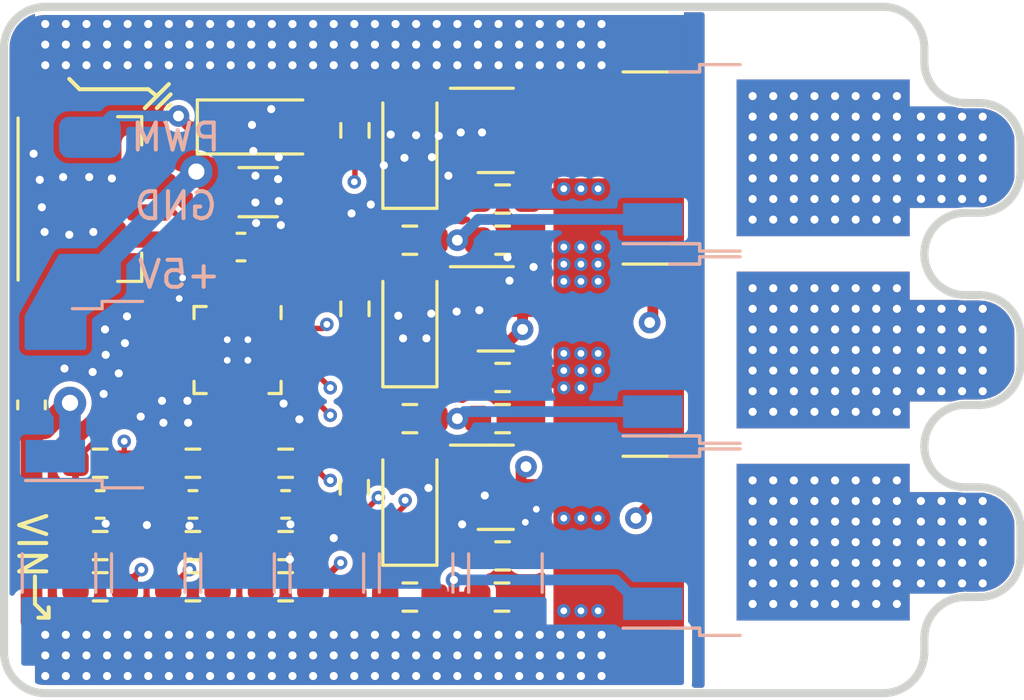
<source format=kicad_pcb>
(kicad_pcb (version 20211014) (generator pcbnew)
  (layers (0 "F.Cu" signal) (1 "In1.Cu" signal) (2 "In2.Cu" signal) (31 "B.Cu" signal) (34 "B.Paste" user) (35 "F.Paste" user) (36 "B.SilkS" user "B.Silkscreen") (37 "F.SilkS" user "F.Silkscreen") (38 "B.Mask" user) (39 "F.Mask" user) (44 "Edge.Cuts" user))
  (net 0 "")
  (net 1 "+5V")
  (net 2 "GND")
  (net 3 "VDD")
  (net 4 "/ADC10")
  (net 5 "/ADC11")
  (net 6 "/ADC13")
  (net 7 "Net-(D2-Pad1)")
  (net 8 "Net-(D2-Pad2)")
  (net 9 "Net-(D3-Pad1)")
  (net 10 "Net-(D3-Pad2)")
  (net 11 "Net-(D4-Pad1)")
  (net 12 "Net-(D4-Pad2)")
  (net 13 "/TXD")
  (net 14 "/RXD")
  (net 15 "/W")
  (net 16 "/V")
  (net 17 "/U")
  (net 18 "Net-(Q5-PadG)")
  (net 19 "Net-(Q7-PadG)")
  (net 20 "Net-(Q9-PadG)")
  (net 21 "/PWM3")
  (net 22 "/PWM2")
  (net 23 "/PWM1")
  (net 24 "/PWM3L")
  (net 25 "/PWM2L")
  (net 26 "/PWM1L")
  (net 27 "/CMP-")
  (net 31 "Net-(J2-Pad1)")
  (net 32 "/PWM_CAP")
  (footprint "Del:PAD_RECT" (layer "F.Cu") (at 81.407 133.731)
    (fp_text reference "J5" hide)
    (fp_text value "Conn_01x01_Male" hide)
  )
  (footprint "Resistor_SMD:R_0603_1608Metric_Pad0.98x0.95mm_HandSolder" (layer "F.Cu") (at 91.7175 120.904 90)
    (fp_text reference "R2" hide)
    (fp_text value "1K" hide)
  )
  (footprint "Capacitor_SMD:C_0603_1608Metric_Pad1.08x0.95mm_HandSolder" (layer "F.Cu") (at 85.725 128.143)
    (fp_text reference "C10" hide)
    (fp_text value "10nF" hide)
  )
  (footprint "Resistor_SMD:R_0603_1608Metric_Pad0.98x0.95mm_HandSolder" (layer "F.Cu") (at 91.7175 114.3 90)
    (fp_text reference "R1" hide)
    (fp_text value "1K" hide)
  )
  (footprint "Del:SH1.0mm_4P_WT" (layer "F.Cu") (at 84.085 116.84 90)
    (fp_text reference "J4" hide)
    (fp_text value "Conn_01x04_Male" hide)
  )
  (footprint "Capacitor_SMD:C_0603_1608Metric_Pad1.08x0.95mm_HandSolder" (layer "F.Cu") (at 89.154 128.143 180)
    (fp_text reference "C12" hide)
    (fp_text value "10nF" hide)
  )
  (footprint "Diode_SMD:D_SOD-123" (layer "F.Cu") (at 93.7495 114.935 90)
    (fp_text reference "D2" hide)
    (fp_text value "D" hide)
  )
  (footprint "Resistor_SMD:R_0603_1608Metric_Pad0.98x0.95mm_HandSolder" (layer "F.Cu") (at 82.296 126.619)
    (fp_text reference "R21" hide)
    (fp_text value "10K" hide)
  )
  (footprint "Resistor_SMD:R_0603_1608Metric_Pad0.98x0.95mm_HandSolder" (layer "F.Cu") (at 97.1785 123.444)
    (fp_text reference "R5" hide)
    (fp_text value "470R" hide)
  )
  (footprint "Package_TO_SOT_SMD:SOT-23" (layer "F.Cu") (at 96.9245 120.904)
    (fp_text reference "Q2" hide)
    (fp_text value "S8050" hide)
  )
  (footprint "Package_TO_SOT_SMD:SOT-23" (layer "F.Cu") (at 96.9245 127.508)
    (fp_text reference "Q3" hide)
    (fp_text value "S8050" hide)
  )
  (footprint "Resistor_SMD:R_0603_1608Metric_Pad0.98x0.95mm_HandSolder" (layer "F.Cu") (at 97.1785 118.364 180)
    (fp_text reference "R10" hide)
    (fp_text value "5.1K" hide)
  )
  (footprint "Del:PAD_RECT" (layer "F.Cu") (at 114.3 115.316)
    (fp_text reference "J7" hide)
    (fp_text value "Conn_01x01_Male" hide)
  )
  (footprint "Del:P-MOS-TO-252-2" (layer "F.Cu") (at 106.934 122.428)
    (fp_text reference "Q6" hide)
    (fp_text value "P-MOS" hide)
  )
  (footprint "Diode_SMD:D_SOD-123" (layer "F.Cu") (at 88.138 114.173)
    (fp_text reference "D1" hide)
    (fp_text value "D" hide)
  )
  (footprint "Resistor_SMD:R_0603_1608Metric_Pad0.98x0.95mm_HandSolder" (layer "F.Cu") (at 89.154 131.191 180)
    (fp_text reference "R13" hide)
    (fp_text value "10K" hide)
  )
  (footprint "Capacitor_SMD:C_0603_1608Metric_Pad1.08x0.95mm_HandSolder" (layer "F.Cu") (at 82.296 128.143 180)
    (fp_text reference "C8" hide)
    (fp_text value "10nF" hide)
  )
  (footprint "Capacitor_SMD:C_0603_1608Metric_Pad1.08x0.95mm_HandSolder" (layer "F.Cu") (at 79.756 124.46 90)
    (fp_text reference "C3" hide)
    (fp_text value "100nF" hide)
  )
  (footprint "Resistor_SMD:R_0603_1608Metric_Pad0.98x0.95mm_HandSolder" (layer "F.Cu") (at 89.154 129.667 180)
    (fp_text reference "R18" hide)
    (fp_text value "1.5K" hide)
  )
  (footprint "Resistor_SMD:R_0603_1608Metric_Pad0.98x0.95mm_HandSolder" (layer "F.Cu") (at 97.1785 116.84)
    (fp_text reference "R4" hide)
    (fp_text value "470R" hide)
  )
  (footprint "Del:PAD_RECT" (layer "F.Cu") (at 114.3 122.428)
    (fp_text reference "J8" hide)
    (fp_text value "Conn_01x01_Male" hide)
  )
  (footprint "Package_DFN_QFN:QFN-20-1EP_3x3mm_P0.4mm_EP1.65x1.65mm" (layer "F.Cu") (at 87.376 122.428 -90)
    (fp_text reference "U1" hide)
    (fp_text value "STC8H1K17_QFN20" hide)
  )
  (footprint "Package_TO_SOT_SMD:SOT-23" (layer "F.Cu") (at 96.9245 114.3)
    (fp_text reference "Q1" hide)
    (fp_text value "S8050" hide)
  )
  (footprint "Diode_SMD:D_SOD-123" (layer "F.Cu") (at 93.7495 121.539 90)
    (fp_text reference "D3" hide)
    (fp_text value "D" hide)
  )
  (footprint "Resistor_SMD:R_0603_1608Metric_Pad0.98x0.95mm_HandSolder" (layer "F.Cu") (at 97.1785 124.968 180)
    (fp_text reference "R11" hide)
    (fp_text value "5.1K" hide)
  )
  (footprint "Del:P-MOS-TO-252-2" (layer "F.Cu") (at 106.934 129.54)
    (fp_text reference "Q8" hide)
    (fp_text value "P-MOS" hide)
  )
  (footprint "Resistor_SMD:R_0603_1608Metric_Pad0.98x0.95mm_HandSolder" (layer "F.Cu") (at 91.694 127.508 90)
    (fp_text reference "R3" hide)
    (fp_text value "1K" hide)
  )
  (footprint "Resistor_SMD:R_0603_1608Metric_Pad0.98x0.95mm_HandSolder" (layer "F.Cu") (at 85.725 131.191)
    (fp_text reference "R14" hide)
    (fp_text value "10K" hide)
  )
  (footprint "Resistor_SMD:R_0603_1608Metric_Pad0.98x0.95mm_HandSolder" (layer "F.Cu") (at 93.7495 124.968)
    (fp_text reference "R8" hide)
    (fp_text value "100R" hide)
  )
  (footprint "Capacitor_SMD:C_1206_3216Metric" (layer "F.Cu") (at 88.138 116.586)
    (fp_text reference "C1" hide)
    (fp_text value "22uF" hide)
  )
  (footprint "Resistor_SMD:R_0603_1608Metric_Pad0.98x0.95mm_HandSolder" (layer "F.Cu") (at 82.296 131.191 180)
    (fp_text reference "R15" hide)
    (fp_text value "10K" hide)
  )
  (footprint "Del:P-MOS-TO-252-2" (layer "F.Cu") (at 106.934 115.316)
    (fp_text reference "Q4" hide)
    (fp_text value "P-MOS" hide)
  )
  (footprint "Resistor_SMD:R_0603_1608Metric_Pad0.98x0.95mm_HandSolder" (layer "F.Cu") (at 97.1785 130.048)
    (fp_text reference "R6" hide)
    (fp_text value "470R" hide)
  )
  (footprint "Capacitor_SMD:C_0603_1608Metric_Pad1.08x0.95mm_HandSolder" (layer "F.Cu") (at 87.503 118.618)
    (fp_text reference "C2" hide)
    (fp_text value "100nF" hide)
  )
  (footprint "Resistor_SMD:R_0603_1608Metric_Pad0.98x0.95mm_HandSolder" (layer "F.Cu") (at 97.155 131.572 180)
    (fp_text reference "R12" hide)
    (fp_text value "5.1K" hide)
  )
  (footprint "Diode_SMD:D_SOD-123" (layer "F.Cu") (at 93.7495 128.143 90)
    (fp_text reference "D4" hide)
    (fp_text value "D" hide)
  )
  (footprint "Resistor_SMD:R_0603_1608Metric_Pad0.98x0.95mm_HandSolder" (layer "F.Cu") (at 93.7495 131.572)
    (fp_text reference "R9" hide)
    (fp_text value "100R" hide)
  )
  (footprint "Resistor_SMD:R_0603_1608Metric_Pad0.98x0.95mm_HandSolder" (layer "F.Cu") (at 93.7495 118.364)
    (fp_text reference "R7" hide)
    (fp_text value "100R" hide)
  )
  (footprint "Resistor_SMD:R_0603_1608Metric_Pad0.98x0.95mm_HandSolder" (layer "F.Cu") (at 85.725 129.667)
    (fp_text reference "R17" hide)
    (fp_text value "1.5K" hide)
  )
  (footprint "Resistor_SMD:R_0603_1608Metric_Pad0.98x0.95mm_HandSolder" (layer "F.Cu") (at 85.725 126.619 180)
    (fp_text reference "R20" hide)
    (fp_text value "10K" hide)
  )
  (footprint "Del:PAD_RECT" (layer "F.Cu") (at 114.3 129.54)
    (fp_text reference "J9" hide)
    (fp_text value "Conn_01x01_Male" hide)
  )
  (footprint "Resistor_SMD:R_0603_1608Metric_Pad0.98x0.95mm_HandSolder" (layer "F.Cu") (at 89.154 126.619)
    (fp_text reference "R19" hide)
    (fp_text value "10K" hide)
  )
  (footprint "Del:PAD_RECT" (layer "F.Cu") (at 81.407 111.125)
    (fp_text reference "J6" hide)
    (fp_text value "Conn_01x01_Male" hide)
  )
  (footprint "Resistor_SMD:R_0603_1608Metric_Pad0.98x0.95mm_HandSolder" (layer "F.Cu") (at 82.296 129.667 180)
    (fp_text reference "R16" hide)
    (fp_text value "1.5K" hide)
  )
  (footprint "Package_TO_SOT_SMD:TO-252-2" (layer "B.Cu") (at 84.836 124.079)
    (fp_text reference "U2" hide)
    (fp_text value "LM78M05_TO252" hide)
  )
  (footprint "Capacitor_SMD:C_1210_3225Metric" (layer "B.Cu") (at 90.678 130.683 90)
    (fp_text reference "C6" hide)
    (fp_text value "100uF" hide)
  )
  (footprint "Capacitor_SMD:C_1210_3225Metric" (layer "B.Cu") (at 80.772 130.683 90)
    (fp_text reference "C11" hide)
    (fp_text value "100uF" hide)
  )
  (footprint "Del:N-MOS-TO-252-2" (layer "B.Cu") (at 106.934 115.316)
    (fp_text reference "Q5" hide)
    (fp_text value "N-MOS" hide)
  )
  (footprint "Capacitor_SMD:C_1210_3225Metric" (layer "B.Cu") (at 93.98 130.683 90)
    (fp_text reference "C5" hide)
    (fp_text value "100uF" hide)
  )
  (footprint "Capacitor_SMD:C_1210_3225Metric" (layer "B.Cu") (at 97.282 130.683 90)
    (fp_text reference "C4" hide)
    (fp_text value "100uF" hide)
  )
  (footprint "Del:PAD_RECT" (layer "B.Cu") (at 81.915 119.634 180)
    (fp_text reference "J1" hide)
    (fp_text value "Conn_01x01_Male" hide)
  )
  (footprint "Del:N-MOS-TO-252-2" (layer "B.Cu") (at 106.934 129.54)
    (fp_text reference "Q9" hide)
    (fp_text value "N-MOS" hide)
  )
  (footprint "Del:PAD_RECT" (layer "B.Cu") (at 81.915 114.554 180)
    (fp_text reference "J2" hide)
    (fp_text value "Conn_01x01_Male" hide)
  )
  (footprint "Del:PAD_RECT" (layer "B.Cu") (at 81.915 117.094 180)
    (fp_text reference "J3" hide)
    (fp_text value "Conn_01x01_Male" hide)
  )
  (footprint "Del:N-MOS-TO-252-2" (layer "B.Cu") (at 106.934 122.428)
    (fp_text reference "Q7" hide)
    (fp_text value "N-MOS" hide)
  )
  (footprint "Capacitor_SMD:C_1210_3225Metric" (layer "B.Cu") (at 84.074 130.683 90)
    (fp_text reference "C9" hide)
    (fp_text value "100uF" hide)
  )
  (footprint "Capacitor_SMD:C_1210_3225Metric" (layer "B.Cu") (at 87.376 130.683 90)
    (fp_text reference "C7" hide)
    (fp_text value "100uF" hide)
  )
  (gr_line (start 81.534 112.776) (end 81.153 112.395) (layer "F.SilkS") (width 0.15))
  (gr_line (start 84.3915 113.03) (end 84.074 112.776) (layer "F.SilkS") (width 0.15))
  (gr_line (start 84.836 112.5855) (end 83.947 113.4745) (layer "F.SilkS") (width 0.15))
  (gr_line (start 84.074 112.776) (end 81.534 112.776) (layer "F.SilkS") (width 0.15))
  (gr_line (start 80.391 132.334) (end 80.01 132.334) (layer "F.SilkS") (width 0.15))
  (gr_line (start 79.883 131.826) (end 80.391 132.334) (layer "F.SilkS") (width 0.15))
  (gr_line (start 84.8995 112.9665) (end 84.3915 113.4745) (layer "F.SilkS") (width 0.15))
  (gr_line (start 84.8995 113.3475) (end 84.7725 113.4745) (layer "F.SilkS") (width 0.15))
  (gr_line (start 79.883 130.81) (end 79.883 131.826) (layer "F.SilkS") (width 0.15))
  (gr_line (start 80.391 132.334) (end 80.391 131.953) (layer "F.SilkS") (width 0.15))
  (gr_arc (start 78.74 111.252) (mid 79.186369 110.174369) (end 80.264 109.728) (layer "Edge.Cuts") (width 0.3))
  (gr_line (start 114.808 131.572) (end 114.3 131.572) (layer "Edge.Cuts") (width 0.3))
  (gr_arc (start 116.332 122.936) (mid 115.885631 124.013631) (end 114.808 124.46) (layer "Edge.Cuts") (width 0.3))
  (gr_line (start 112.776 111.252) (end 112.776 111.76) (layer "Edge.Cuts") (width 0.3))
  (gr_arc (start 114.808 113.284) (mid 115.885631 113.730369) (end 116.332 114.808) (layer "Edge.Cuts") (width 0.3))
  (gr_arc (start 114.3 120.396) (mid 113.222369 119.949631) (end 112.776 118.872) (layer "Edge.Cuts") (width 0.3))
  (gr_line (start 114.3 113.284) (end 114.808 113.284) (layer "Edge.Cuts") (width 0.3))
  (gr_line (start 116.332 114.808) (end 116.332 115.824) (layer "Edge.Cuts") (width 0.3))
  (gr_line (start 114.808 124.46) (end 114.3 124.46) (layer "Edge.Cuts") (width 0.3))
  (gr_line (start 80.264 135.128) (end 111.252 135.128) (layer "Edge.Cuts") (width 0.3))
  (gr_line (start 114.808 117.348) (end 114.3 117.348) (layer "Edge.Cuts") (width 0.3))
  (gr_arc (start 112.776 133.604) (mid 112.329631 134.681631) (end 111.252 135.128) (layer "Edge.Cuts") (width 0.3))
  (gr_line (start 111.252 109.728) (end 80.264 109.728) (layer "Edge.Cuts") (width 0.3))
  (gr_arc (start 112.776 125.984) (mid 113.222369 124.906369) (end 114.3 124.46) (layer "Edge.Cuts") (width 0.3))
  (gr_arc (start 112.776 133.096) (mid 113.222369 132.018369) (end 114.3 131.572) (layer "Edge.Cuts") (width 0.3))
  (gr_line (start 78.74 111.252) (end 78.74 133.604) (layer "Edge.Cuts") (width 0.3))
  (gr_arc (start 80.264 135.128) (mid 79.186369 134.681631) (end 78.74 133.604) (layer "Edge.Cuts") (width 0.3))
  (gr_arc (start 114.808 127.508) (mid 115.885631 127.954369) (end 116.332 129.032) (layer "Edge.Cuts") (width 0.3))
  (gr_line (start 114.3 120.396) (end 114.808 120.396) (layer "Edge.Cuts") (width 0.3))
  (gr_line (start 116.332 121.92) (end 116.332 122.936) (layer "Edge.Cuts") (width 0.3))
  (gr_arc (start 116.332 115.824) (mid 115.885631 116.901631) (end 114.808 117.348) (layer "Edge.Cuts") (width 0.3))
  (gr_line (start 116.332 129.032) (end 116.332 130.048) (layer "Edge.Cuts") (width 0.3))
  (gr_arc (start 112.776 118.872) (mid 113.222369 117.794369) (end 114.3 117.348) (layer "Edge.Cuts") (width 0.3))
  (gr_line (start 112.776 133.096) (end 112.776 133.604) (layer "Edge.Cuts") (width 0.3))
  (gr_line (start 114.3 127.508) (end 114.808 127.508) (layer "Edge.Cuts") (width 0.3))
  (gr_arc (start 111.252 109.728) (mid 112.329631 110.174369) (end 112.776 111.252) (layer "Edge.Cuts") (width 0.3))
  (gr_arc (start 114.808 120.396) (mid 115.885631 120.842369) (end 116.332 121.92) (layer "Edge.Cuts") (width 0.3))
  (gr_arc (start 114.3 127.508) (mid 113.222369 127.061631) (end 112.776 125.984) (layer "Edge.Cuts") (width 0.3))
  (gr_arc (start 116.332 130.048) (mid 115.885631 131.125631) (end 114.808 131.572) (layer "Edge.Cuts") (width 0.3))
  (gr_arc (start 114.3 113.284) (mid 113.222369 112.837631) (end 112.776 111.76) (layer "Edge.Cuts") (width 0.3))
  (gr_text "PWM" (at 85.09 114.554) (layer "B.SilkS") (effects (font (size 1 1)) (justify mirror)))
  (gr_text "+5V" (at 85.217 119.634) (layer "B.SilkS") (effects (font (size 1 1)) (justify mirror)))
  (gr_text "GND" (at 85.09 117.094) (layer "B.SilkS") (effects (font (size 1 1)) (justify mirror)))
  (gr_text "VIN" (at 79.756 129.667 270) (layer "F.SilkS") (effects (font (size 1 1))))
  (via (at 85.852 115.824) (size 1.2) (drill 0.6) (layers "F.Cu" "B.Cu") (net 1))
  (segment (start 82.042 119.634) (end 85.852 115.824) (width 0.8) (layer "B.Cu") (net 1))
  (segment (start 81.915 119.634) (end 82.042 119.634) (width 0.8) (layer "B.Cu") (net 1))
  (via (at 82.4738 121.666) (size 0.6) (drill 0.3) (layers "F.Cu" "B.Cu") (net 2))
  (via (at 84.836 111.125) (size 0.6) (drill 0.3) (layers "F.Cu" "B.Cu") (net 2))
  (via (at 95.504 110.363) (size 0.6) (drill 0.3) (layers "F.Cu" "B.Cu") (net 2))
  (via (at 93.0402 114.4524) (size 0.6) (drill 0.3) (layers "F.Cu" "B.Cu") (net 2))
  (via (at 88.0364 116.967) (size 0.6) (drill 0.3) (layers "F.Cu" "B.Cu") (net 2))
  (via (at 88.646 111.125) (size 0.6) (drill 0.3) (layers "F.Cu" "B.Cu") (net 2))
  (via (at 100.076 110.363) (size 0.6) (drill 0.3) (layers "F.Cu" "B.Cu") (net 2))
  (via (at 94.742 110.363) (size 0.6) (drill 0.3) (layers "F.Cu" "B.Cu") (net 2))
  (via (at 92.7862 115.5954) (size 0.6) (drill 0.3) (layers "F.Cu" "B.Cu") (net 2))
  (via (at 93.218 111.125) (size 0.6) (drill 0.3) (layers "F.Cu" "B.Cu") (net 2))
  (via (at 80.2386 118.0592) (size 0.6) (drill 0.3) (layers "F.Cu" "B.Cu") (net 2))
  (via (at 88.8746 116.1034) (size 0.6) (drill 0.3) (layers "F.Cu" "B.Cu") (net 2))
  (via (at 97.79 110.363) (size 0.6) (drill 0.3) (layers "F.Cu" "B.Cu") (net 2))
  (via (at 80.9244 116.0272) (size 0.6) (drill 0.3) (layers "F.Cu" "B.Cu") (net 2))
  (via (at 97.028 111.887) (size 0.6) (drill 0.3) (layers "F.Cu" "B.Cu") (net 2))
  (via (at 94.4372 127.5334) (size 0.6) (drill 0.3) (layers "F.Cu" "B.Cu") (net 2))
  (via (at 91.5924 117.3734) (size 0.6) (drill 0.3) (layers "F.Cu" "B.Cu") (net 2))
  (via (at 95.6818 128.8796) (size 0.6) (drill 0.3) (layers "F.Cu" "B.Cu") (net 2))
  (via (at 88.6206 113.5126) (size 0.6) (drill 0.3) (layers "F.Cu" "B.Cu") (net 2))
  (via (at 80.0608 116.1288) (size 0.6) (drill 0.3) (layers "F.Cu" "B.Cu") (net 2))
  (via (at 100.076 111.125) (size 0.6) (drill 0.3) (layers "F.Cu" "B.Cu") (net 2))
  (via (at 98.0186 128.8034) (size 0.5) (drill 0.25) (layers "F.Cu" "B.Cu") (net 2))
  (via (at 96.266 111.125) (size 0.6) (drill 0.3) (layers "F.Cu" "B.Cu") (net 2))
  (via (at 82.4992 122.6058) (size 0.6) (drill 0.3) (layers "F.Cu" "B.Cu") (net 2))
  (via (at 81.026 110.363) (size 0.6) (drill 0.3) (layers "F.Cu" "B.Cu") (net 2))
  (via (at 85.598 110.363) (size 0.6) (drill 0.3) (layers "F.Cu" "B.Cu") (net 2))
  (via (at 85.598 111.887) (size 0.6) (drill 0.3) (layers "F.Cu" "B.Cu") (net 2))
  (via (at 85.217 120.523) (size 0.5) (drill 0.25) (layers "F.Cu" "B.Cu") (net 2))
  (via (at 93.218 110.363) (size 0.6) (drill 0.3) (layers "F.Cu" "B.Cu") (net 2))
  (via (at 87.9602 115.062) (size 0.6) (drill 0.3) (layers "F.Cu" "B.Cu") (net 2))
  (via (at 91.694 110.363) (size 0.6) (drill 0.3) (layers "F.Cu" "B.Cu") (net 2))
  (via (at 83.2866 121.1834) (size 0.6) (drill 0.3) (layers "F.Cu" "B.Cu") (net 2))
  (via (at 89.3064 130.175) (size 0.6) (drill 0.3) (layers "F.Cu" "B.Cu") (net 2))
  (via (at 87.757 122.809) (size 0.5) (drill 0.25) (layers "F.Cu" "B.Cu") (net 2))
  (via (at 90.17 111.887) (size 0.6) (drill 0.3) (layers "F.Cu" "B.Cu") (net 2))
  (via (at 93.98 111.887) (size 0.6) (drill 0.3) (layers "F.Cu" "B.Cu") (net 2))
  (via (at 90.932 111.887) (size 0.6) (drill 0.3) (layers "F.Cu" "B.Cu") (net 2))
  (via (at 83.312 111.125) (size 0.6) (drill 0.3) (layers "F.Cu" "B.Cu") (net 2))
  (via (at 80.137 117.1448) (size 0.6) (drill 0.3) (layers "F.Cu" "B.Cu") (net 2))
  (via (at 98.552 110.363) (size 0.6) (drill 0.3) (layers "F.Cu" "B.Cu") (net 2))
  (via (at 79.8322 115.1636) (size 0.6) (drill 0.3) (layers "F.Cu" "B.Cu") (net 2))
  (via (at 96.266 111.887) (size 0.6) (drill 0.3) (layers "F.Cu" "B.Cu") (net 2))
  (via (at 84.074 111.125) (size 0.6) (drill 0.3) (layers "F.Cu" "B.Cu") (net 2))
  (via (at 83.312 110.363) (size 0.6) (drill 0.3) (layers "F.Cu" "B.Cu") (net 2))
  (via (at 99.314 111.125) (size 0.6) (drill 0.3) (layers "F.Cu" "B.Cu") (net 2))
  (via (at 98.425 128.3208) (size 0.5) (drill 0.25) (layers "F.Cu" "B.Cu") (net 2))
  (via (at 81.026 111.125) (size 0.6) (drill 0.3) (layers "F.Cu" "B.Cu") (net 2))
  (via (at 88.646 111.887) (size 0.6) (drill 0.3) (layers "F.Cu" "B.Cu") (net 2))
  (via (at 85.598 111.125) (size 0.6) (drill 0.3) (layers "F.Cu" "B.Cu") (net 2))
  (via (at 94.742 111.887) (size 0.6) (drill 0.3) (layers "F.Cu" "B.Cu") (net 2))
  (via (at 100.838 110.363) (size 0.6) (drill 0.3) (layers "F.Cu" "B.Cu") (net 2))
  (via (at 84.074 111.887) (size 0.6) (drill 0.3) (layers "F.Cu" "B.Cu") (net 2))
  (via (at 97.028 111.125) (size 0.6) (drill 0.3) (layers "F.Cu" "B.Cu") (net 2))
  (via (at 80.264 110.363) (size 0.6) (drill 0.3) (layers "F.Cu" "B.Cu") (net 2))
  (via (at 97.4344 119.8626) (size 0.6) (drill 0.3) (layers "F.Cu" "B.Cu") (net 2))
  (via (at 82.55 111.125) (size 0.6) (drill 0.3) (layers "F.Cu" "B.Cu") (net 2))
  (via (at 93.3196 121.158) (size 0.6) (drill 0.3) (layers "F.Cu" "B.Cu") (net 2))
  (via (at 88.9 115.2906) (size 0.6) (drill 0.3) (layers "F.Cu" "B.Cu") (net 2))
  (via (at 97.3582 118.999) (size 0.6) (drill 0.3) (layers "F.Cu" "B.Cu") (net 2))
  (via (at 96.4184 114.3762) (size 0.6) (drill 0.3) (layers "F.Cu" "B.Cu") (net 2))
  (via (at 83.7946 124.8918) (size 0.6) (drill 0.3) (layers "F.Cu" "B.Cu") (net 2))
  (via (at 90.17 110.363) (size 0.6) (drill 0.3) (layers "F.Cu" "B.Cu") (net 2))
  (via (at 95.631 114.3762) (size 0.6) (drill 0.3) (layers "F.Cu" "B.Cu") (net 2))
  (via (at 88.9762 117.8052) (size 0.6) (drill 0.3) (layers "F.Cu" "B.Cu") (net 2))
  (via (at 89.0778 124.4092) (size 0.6) (drill 0.3) (layers "F.Cu" "B.Cu") (net 2))
  (via (at 94.361 121.9962) (size 0.6) (drill 0.3) (layers "F.Cu" "B.Cu") (net 2))
  (via (at 87.884 110.363) (size 0.6) (drill 0.3) (layers "F.Cu" "B.Cu") (net 2))
  (via (at 84.836 110.363) (size 0.6) (drill 0.3) (layers "F.Cu" "B.Cu") (net 2))
  (via (at 90.932 110.363) (size 0.6) (drill 0.3) (layers "F.Cu" "B.Cu") (net 2))
  (via (at 99.314 110.363) (size 0.6) (drill 0.3) (layers "F.Cu" "B.Cu") (net 2))
  (via (at 84.074 110.363) (size 0.6) (drill 0.3) (layers "F.Cu" "B.Cu") (net 2))
  (via (at 96.266 110.363) (size 0.6) (drill 0.3) (layers "F.Cu" "B.Cu") (net 2))
  (via (at 94.5642 115.2906) (size 0.6) (drill 0.3) (layers "F.Cu" "B.Cu") (net 2))
  (via (at 90.932 111.125) (size 0.6) (drill 0.3) (layers "F.Cu" "B.Cu") (net 2))
  (via (at 99.314 111.887) (size 0.6) (drill 0.3) (layers "F.Cu" "B.Cu") (net 2))
  (via (at 93.98 110.363) (size 0.6) (drill 0.3) (layers "F.Cu" "B.Cu") (net 2))
  (via (at 86.36 110.363) (size 0.6) (drill 0.3) (layers "F.Cu" "B.Cu") (net 2))
  (via (at 82.9818 123.2916) (size 0.6) (drill 0.3) (layers "F.Cu" "B.Cu") (net 2))
  (via (at 89.408 110.363) (size 0.6) (drill 0.3) (layers "F.Cu" "B.Cu") (net 2))
  (via (at 90.932 129.3876) (size 0.6) (drill 0.3) (layers "F.Cu" "B.Cu") (net 2))
  (via (at 96.3168 120.9548) (size 0.6) (drill 0.3) (layers "F.Cu" "B.Cu") (net 2))
  (via (at 87.122 110.363) (size 0.6) (drill 0.3) (layers "F.Cu" "B.Cu") (net 2))
  (via (at 93.5482 115.316) (size 0.6) (drill 0.3) (layers "F.Cu" "B.Cu") (net 2))
  (via (at 81.153 118.1608) (size 0.6) (drill 0.3) (layers "F.Cu" "B.Cu") (net 2))
  (via (at 95.504 111.887) (size 0.6) (drill 0.3) (layers "F.Cu" "B.Cu") (net 2))
  (via (at 95.504 111.125) (size 0.6) (drill 0.3) (layers "F.Cu" "B.Cu") (net 2))
  (via (at 91.694 111.887) (size 0.6) (drill 0.3) (layers "F.Cu" "B.Cu") (net 2))
  (via (at 95.1738 115.9764) (size 0.6) (drill 0.3) (layers "F.Cu" "B.Cu") (net 2))
  (via (at 85.5218 124.3076) (size 0.6) (drill 0.3) (layers "F.Cu" "B.Cu") (net 2))
  (via (at 87.884 111.887) (size 0.6) (drill 0.3) (layers "F.Cu" "B.Cu") (net 2))
  (via (at 93.98 114.4778) (size 0.6) (drill 0.3) (layers "F.Cu" "B.Cu") (net 2))
  (via (at 81.788 111.887) (size 0.6) (drill 0.3) (layers "F.Cu" "B.Cu") (net 2))
  (via (at 86.995 122.047) (size 0.5) (drill 0.25) (layers "F.Cu" "B.Cu") (net 2))
  (via (at 96.52 127.8128) (size 0.6) (drill 0.3) (layers "F.Cu" "B.Cu") (net 2))
  (via (at 84.836 111.887) (size 0.6) (drill 0.3) (layers "F.Cu" "B.Cu") (net 2))
  (via (at 82.55 110.363) (size 0.6) (drill 0.3) (layers "F.Cu" "B.Cu") (net 2))
  (via (at 81.026 111.887) (size 0.6) (drill 0.3) (layers "F.Cu" "B.Cu") (net 2))
  (via (at 92.456 111.887) (size 0.6) (drill 0.3) (layers "F.Cu" "B.Cu") (net 2))
  (via (at 97.79 111.887) (size 0.6) (drill 0.3) (layers "F.Cu" "B.Cu") (net 2))
  (via (at 88.646 110.363) (size 0.6) (drill 0.3) (layers "F.Cu" "B.Cu") (net 2))
  (via (at 89.662 124.9934) (size 0.6) (drill 0.3) (layers "F.Cu" "B.Cu") (net 2))
  (via (at 82.423 124.0536) (size 0.6) (drill 0.3) (layers "F.Cu" "B.Cu") (net 2))
  (via (at 87.9094 114.0968) (size 0.6) (drill 0.3) (layers "F.Cu" "B.Cu") (net 2))
  (via (at 82.0166 123.2408) (size 0.6) (drill 0.3) (layers "F.Cu" "B.Cu") (net 2))
  (via (at 87.122 111.887) (size 0.6) (drill 0.3) (layers "F.Cu" "B.Cu") (net 2))
  (via (at 93.4974 121.9962) (size 0.6) (drill 0.3) (layers "F.Cu" "B.Cu") (net 2))
  (via (at 83.312 111.887) (size 0.6) (drill 0.3) (layers "F.Cu" "B.Cu") (net 2))
  (via (at 97.028 110.363) (size 0.6) (drill 0.3) (layers "F.Cu" "B.Cu") (net 2))
  (via (at 92.3036 117.0432) (size 0.6) (drill 0.3) (layers "F.Cu" "B.Cu") (net 2))
  (via (at 88.9 116.9162) (size 0.6) (drill 0.3) (layers "F.Cu" "B.Cu") (net 2))
  (via (at 95.4786 121.0056) (size 0.6) (drill 0.3) (layers "F.Cu" "B.Cu") (net 2))
  (via (at 82.7278 116.078) (size 0.6) (drill 0.3) (layers "F.Cu" "B.Cu") (net 2))
  (via (at 86.36 111.125) (size 0.6) (drill 0.3) (layers "F.Cu" "B.Cu") (net 2))
  (via (at 100.838 111.125) (size 0.6) (drill 0.3) (layers "F.Cu" "B.Cu") (net 2))
  (via (at 94.742 111.125) (size 0.6) (drill 0.3) (layers "F.Cu" "B.Cu") (net 2))
  (via (at 94.8182 114.5032) (size 0.6) (drill 0.3) (layers "F.Cu" "B.Cu") (net 2))
  (via (at 82.042 118.0592) (size 0.6) (drill 0.3) (layers "F.Cu" "B.Cu") (net 2))
  (via (at 94.5388 121.0818) (size 0.6) (drill 0.3) (layers "F.Cu" "B.Cu") (net 2))
  (via (at 93.98 111.125) (size 0.6) (drill 0.3) (layers "F.Cu" "B.Cu") (net 2))
  (via (at 87.757 122.047) (size 0.5) (drill 0.25) (layers "F.Cu" "B.Cu") (net 2))
  (via (at 80.9752 123.1138) (size 0.6) (drill 0.3) (layers "F.Cu" "B.Cu") (net 2))
  (via (at 83.2104 122.174) (size 0.6) (drill 0.3) (layers "F.Cu" "B.Cu") (net 2))
  (via (at 81.788 111.125) (size 0.6) (drill 0.3) (layers "F.Cu" "B.Cu") (net 2))
  (via (at 89.408 111.125) (size 0.6) (drill 0.3) (layers "F.Cu" "B.Cu") (net 2))
  (via (at 93.218 111.887) (size 0.6) (drill 0.3) (layers "F.Cu" "B.Cu") (net 2))
  (via (at 86.36 111.887) (size 0.6) (drill 0.3) (layers "F.Cu" "B.Cu") (net 2))
  (via (at 89.3318 128.8796) (size 0.6) (drill 0.3) (layers "F.Cu" "B.Cu") (net 2))
  (via (at 84.0232 128.905) (size 0.6) (drill 0.3) (layers "F.Cu" "B.Cu") (net 2))
  (via (at 100.076 111.887) (size 0.6) (drill 0.3) (layers "F.Cu" "B.Cu") (net 2))
  (via (at 82.4992 128.8542) (size 0.6) (drill 0.3) (layers "F.Cu" "B.Cu") (net 2))
  (via (at 81.788 110.363) (size 0.6) (drill 0.3) (layers "F.Cu" "B.Cu") (net 2))
  (via (at 84.582 124.3076) (size 0.6) (drill 0.3) (layers "F.Cu" "B.Cu") (net 2))
  (via (at 86.995 122.809) (size 0.5) (drill 0.25) (layers "F.Cu" "B.Cu") (net 2))
  (via (at 98.3234 119.3546) (size 0.6) (drill 0.3) (layers "F.Cu" "B.Cu") (net 2))
  (via (at 81.8896 116.0272) (size 0.6) (drill 0.3) (layers "F.Cu" "B.Cu") (net 2))
  (via (at 92.456 110.363) (size 0.6) (drill 0.3) (layers "F.Cu" "B.Cu") (net 2))
  (via (at 85.5472 125.1204) (size 0.6) (drill 0.3) (layers "F.Cu" "B.Cu") (net 2))
  (via (at 88.0364 115.9764) (size 0.6) (drill 0.3) (layers "F.Cu" "B.Cu") (net 2))
  (via (at 100.838 111.887) (size 0.6) (drill 0.3) (layers "F.Cu" "B.Cu") (net 2))
  (via (at 80.264 111.887) (size 0.6) (drill 0.3) (layers "F.Cu" "B.Cu") (net 2))
  (via (at 82.55 111.887) (size 0.6) (drill 0.3) (layers "F.Cu" "B.Cu") (net 2))
  (via (at 80.264 111.125) (size 0.6) (drill 0.3) (layers "F.Cu" "B.Cu") (net 2))
  (via (at 90.17 111.125) (size 0.6) (drill 0.3) (layers "F.Cu" "B.Cu") (net 2))
  (via (at 85.344 119.761) (size 0.5) (drill 0.25) (layers "F.Cu" "B.Cu") (net 2))
  (via (at 97.79 111.125) (size 0.6) (drill 0.3) (layers "F.Cu" "B.Cu") (net 2))
  (via (at 89.408 111.887) (size 0.6) (drill 0.3) (layers "F.Cu" "B.Cu") (net 2))
  (via (at 87.884 111.125) (size 0.6) (drill 0.3) (layers "F.Cu" "B.Cu") (net 2))
  (via (at 92.456 111.125) (size 0.6) (drill 0.3) (layers "F.Cu" "B.Cu") (net 2))
  (via (at 88.0618 117.729) (size 0.6) (drill 0.3) (layers "F.Cu" "B.Cu") (net 2))
  (via (at 98.552 111.125) (size 0.6) (drill 0.3) (layers "F.Cu" "B.Cu") (net 2))
  (via (at 87.122 111.125) (size 0.6) (drill 0.3) (layers "F.Cu" "B.Cu") (net 2))
  (via (at 84.6328 125.1204) (size 0.6) (drill 0.3) (layers "F.Cu" "B.Cu") (net 2))
  (via (at 91.694 111.125) (size 0.6) (drill 0.3) (layers "F.Cu" "B.Cu") (net 2))
  (via (at 98.552 111.887) (size 0.6) (drill 0.3) (layers "F.Cu" "B.Cu") (net 2))
  (via (at 85.598 128.9304) (size 0.6) (drill 0.3) (layers "F.Cu" "B.Cu") (net 2))
  (segment (start 98.091 130.048) (end 99.949 130.048) (width 0.8) (layer "F.Cu") (net 3))
  (segment (start 99.949 130.048) (end 100.076 130.175) (width 0.8) (layer "F.Cu") (net 3))
  (segment (start 101.978 116.84) (end 102.734 117.596) (width 0.8) (layer "F.Cu") (net 3))
  (segment (start 80.264 132.969) (end 79.756 132.461) (width 0.8) (layer "F.Cu") (net 3))
  (segment (start 81.1784 124.3838) (end 80.2397 125.3225) (width 0.8) (layer "F.Cu") (net 3))
  (segment (start 99.568 123.444) (end 100.076 123.952) (width 0.8) (layer "F.Cu") (net 3))
  (segment (start 100.076 123.952) (end 100.076 130.175) (width 0.8) (layer "F.Cu") (net 3))
  (segment (start 98.091 116.84) (end 101.978 116.84) (width 0.8) (layer "F.Cu") (net 3))
  (segment (start 80.2397 125.3225) (end 79.756 125.3225) (width 0.8) (layer "F.Cu") (net 3))
  (segment (start 79.756 132.461) (end 79.756 125.3225) (width 0.8) (layer "F.Cu") (net 3))
  (segment (start 98.091 123.444) (end 99.568 123.444) (width 0.8) (layer "F.Cu") (net 3))
  (segment (start 100.076 130.175) (end 100.076 132.969) (width 0.8) (layer "F.Cu") (net 3))
  (via (at 84.836 132.969) (size 0.6) (drill 0.3) (layers "F.Cu" "B.Cu") (net 3))
  (via (at 100.076 122.555) (size 0.5) (drill 0.25) (layers "F.Cu" "B.Cu") (net 3))
  (via (at 89.408 132.969) (size 0.6) (drill 0.3) (layers "F.Cu" "B.Cu") (net 3))
  (via (at 89.408 133.731) (size 0.6) (drill 0.3) (layers "F.Cu" "B.Cu") (net 3))
  (via (at 99.441 118.618) (size 0.5) (drill 0.25) (layers "F.Cu" "B.Cu") (net 3))
  (via (at 84.836 133.731) (size 0.6) (drill 0.3) (layers "F.Cu" "B.Cu") (net 3))
  (via (at 90.932 134.493) (size 0.6) (drill 0.3) (layers "F.Cu" "B.Cu") (net 3))
  (via (at 100.711 118.618) (size 0.5) (drill 0.25) (layers "F.Cu" "B.Cu") (net 3))
  (via (at 83.312 132.969) (size 0.6) (drill 0.3) (layers "F.Cu" "B.Cu") (net 3))
  (via (at 81.026 134.493) (size 0.6) (drill 0.3) (layers "F.Cu" "B.Cu") (net 3))
  (via (at 95.504 133.731) (size 0.6) (drill 0.3) (layers "F.Cu" "B.Cu") (net 3))
  (via (at 99.441 122.555) (size 0.5) (drill 0.25) (layers "F.Cu" "B.Cu") (net 3))
  (via (at 90.17 134.493) (size 0.6) (drill 0.3) (layers "F.Cu" "B.Cu") (net 3))
  (via (at 92.456 132.969) (size 0.6) (drill 0.3) (layers "F.Cu" "B.Cu") (net 3))
  (via (at 81.788 134.493) (size 0.6) (drill 0.3) (layers "F.Cu" "B.Cu") (net 3))
  (via (at 93.98 134.493) (size 0.6) (drill 0.3) (layers "F.Cu" "B.Cu") (net 3))
  (via (at 90.932 132.969) (size 0.6) (drill 0.3) (layers "F.Cu" "B.Cu") (net 3))
  (via (at 81.788 132.969) (size 0.6) (drill 0.3) (layers "F.Cu" "B.Cu") (net 3))
  (via (at 100.711 128.651) (size 0.5) (drill 0.25) (layers "F.Cu" "B.Cu") (net 3))
  (via (at 82.55 133.731) (size 0.6) (drill 0.3) (layers "F.Cu" "B.Cu") (net 3))
  (via (at 100.838 133.731) (size 0.6) (drill 0.3) (layers "F.Cu" "B.Cu") (net 3))
  (via (at 86.36 134.493) (size 0.6) (drill 0.3) (layers "F.Cu" "B.Cu") (net 3))
  (via (at 93.218 132.969) (size 0.6) (drill 0.3) (layers "F.Cu" "B.Cu") (net 3))
  (via (at 90.932 133.731) (size 0.6) (drill 0.3) (layers "F.Cu" "B.Cu") (net 3))
  (via (at 91.694 133.731) (size 0.6) (drill 0.3) (layers "F.Cu" "B.Cu") (net 3))
  (via (at 100.711 119.888) (size 0.5) (drill 0.25) (layers "F.Cu" "B.Cu") (net 3))
  (via (at 87.122 134.493) (size 0.6) (drill 0.3) (layers "F.Cu" "B.Cu") (net 3))
  (via (at 88.646 134.493) (size 0.6) (drill 0.3) (layers "F.Cu" "B.Cu") (net 3))
  (via (at 99.441 119.253) (size 0.5) (drill 0.25) (layers "F.Cu" "B.Cu") (net 3))
  (via (at 100.076 119.253) (size 0.5) (drill 0.25) (layers "F.Cu" "B.Cu") (net 3))
  (via (at 99.314 133.731) (size 0.6) (drill 0.3) (layers "F.Cu" "B.Cu") (net 3))
  (via (at 86.36 133.731) (size 0.6) (drill 0.3) (layers "F.Cu" "B.Cu") (net 3))
  (via (at 100.711 132.08) (size 0.5) (drill 0.25) (layers "F.Cu" "B.Cu") (net 3))
  (via (at 100.711 122.555) (size 0.5) (drill 0.25) (layers "F.Cu" "B.Cu") (net 3))
  (via (at 82.55 132.969) (size 0.6) (drill 0.3) (layers "F.Cu" "B.Cu") (net 3))
  (via (at 99.314 134.493) (size 0.6) (drill 0.3) (layers "F.Cu" "B.Cu") (net 3))
  (via (at 95.504 132.969) (size 0.6) (drill 0.3) (layers "F.Cu" "B.Cu") (net 3))
  (via (at 88.646 132.969) (size 0.6) (drill 0.3) (layers "F.Cu" "B.Cu") (net 3))
  (via (at 92.456 133.731) (size 0.6) (drill 0.3) (layers "F.Cu" "B.Cu") (net 3))
  (via (at 84.074 133.731) (size 0.6) (drill 0.3) (layers "F.Cu" "B.Cu") (net 3))
  (via (at 94.742 133.731) (size 0.6) (drill 0.3) (layers "F.Cu" "B.Cu") (net 3))
  (via (at 97.028 134.493) (size 0.6) (drill 0.3) (layers "F.Cu" "B.Cu") (net 3))
  (via (at 90.17 133.731) (size 0.6) (drill 0.3) (layers "F.Cu" "B.Cu") (net 3))
  (via (at 97.79 132.969) (size 0.6) (drill 0.3) (layers "F.Cu" "B.Cu") (net 3))
  (via (at 91.694 134.493) (size 0.6) (drill 0.3) (layers "F.Cu" "B.Cu") (net 3))
  (via (at 100.076 134.493) (size 0.6) (drill 0.3) (layers "F.Cu" "B.Cu") (net 3))
  (via (at 99.441 132.08) (size 0.5) (drill 0.25) (layers "F.Cu" "B.Cu") (net 3))
  (via (at 88.646 133.731) (size 0.6) (drill 0.3) (layers "F.Cu" "B.Cu") (net 3))
  (via (at 94.742 132.969) (size 0.6) (drill 0.3) (layers "F.Cu" "B.Cu") (net 3))
  (via (at 81.026 132.969) (size 0.6) (drill 0.3) (layers "F.Cu" "B.Cu") (net 3))
  (via (at 84.074 134.493) (size 0.6) (drill 0.3) (layers "F.Cu" "B.Cu") (net 3))
  (via (at 80.264 134.493) (size 0.6) (drill 0.3) (layers "F.Cu" "B.Cu") (net 3))
  (via (at 81.026 133.731) (size 0.6) (drill 0.3) (layers "F.Cu" "B.Cu") (net 3))
  (via (at 98.552 132.969) (size 0.6) (drill 0.3) (layers "F.Cu" "B.Cu") (net 3))
  (via (at 87.884 133.731) (size 0.6) (drill 0.3) (layers "F.Cu" "B.Cu") (net 3))
  (via (at 87.122 132.969) (size 0.6) (drill 0.3) (layers "F.Cu" "B.Cu") (net 3))
  (via (at 97.028 132.969) (size 0.6) (drill 0.3) (layers "F.Cu" "B.Cu") (net 3))
  (via (at 100.711 119.253) (size 0.5) (drill 0.25) (layers "F.Cu" "B.Cu") (net 3))
  (via (at 82.55 134.493) (size 0.6) (drill 0.3) (layers "F.Cu" "B.Cu") (net 3))
  (via (at 99.441 119.888) (size 0.5) (drill 0.25) (layers "F.Cu" "B.Cu") (net 3))
  (via (at 93.218 134.493) (size 0.6) (drill 0.3) (layers "F.Cu" "B.Cu") (net 3))
  (via (at 91.694 132.969) (size 0.6) (drill 0.3) (layers "F.Cu" "B.Cu") (net 3))
  (via (at 85.598 134.493) (size 0.6) (drill 0.3) (layers "F.Cu" "B.Cu") (net 3))
  (via (at 99.314 132.969) (size 0.6) (drill 0.3) (layers "F.Cu" "B.Cu") (net 3))
  (via (at 85.598 132.969) (size 0.6) (drill 0.3) (layers "F.Cu" "B.Cu") (net 3))
  (via (at 98.552 133.731) (size 0.6) (drill 0.3) (layers "F.Cu" "B.Cu") (net 3))
  (via (at 100.076 116.459) (size 0.5) (drill 0.25) (layers "F.Cu" "B.Cu") (net 3))
  (via (at 93.98 132.969) (size 0.6) (drill 0.3) (layers "F.Cu" "B.Cu") (net 3))
  (via (at 100.076 123.19) (size 0.5) (drill 0.25) (layers "F.Cu" "B.Cu") (net 3))
  (via (at 96.266 132.969) (size 0.6) (drill 0.3) (layers "F.Cu" "B.Cu") (net 3))
  (via (at 84.836 134.493) (size 0.6) (drill 0.3) (layers "F.Cu" "B.Cu") (net 3))
  (via (at 100.076 132.08) (size 0.5) (drill 0.25) (layers "F.Cu" "B.Cu") (net 3))
  (via (at 80.264 133.731) (size 0.6) (drill 0.3) (layers "F.Cu" "B.Cu") (net 3))
  (via (at 83.312 134.493) (size 0.6) (drill 0.3) (layers "F.Cu" "B.Cu") (net 3))
  (via (at 100.711 116.459) (size 0.5) (drill 0.25) (layers "F.Cu" "B.Cu") (net 3))
  (via (at 100.076 119.888) (size 0.5) (drill 0.25) (layers "F.Cu" "B.Cu") (net 3))
  (via (at 81.1784 124.3838) (size 1.2) (drill 0.6) (layers "F.Cu" "B.Cu") (net 3))
  (via (at 99.441 116.459) (size 0.5) (drill 0.25) (layers "F.Cu" "B.Cu") (net 3))
  (via (at 85.598 133.731) (size 0.6) (drill 0.3) (layers "F.Cu" "B.Cu") (net 3))
  (via (at 81.788 133.731) (size 0.6) (drill 0.3) (layers "F.Cu" "B.Cu") (net 3))
  (via (at 87.884 134.493) (size 0.6) (drill 0.3) (layers "F.Cu" "B.Cu") (net 3))
  (via (at 87.122 133.731) (size 0.6) (drill 0.3) (layers "F.Cu" "B.Cu") (net 3))
  (via (at 100.838 134.493) (size 0.6) (drill 0.3) (layers "F.Cu" "B.Cu") (net 3))
  (via (at 86.36 132.969) (size 0.6) (drill 0.3) (layers "F.Cu" "B.Cu") (net 3))
  (via (at 90.17 132.969) (size 0.6) (drill 0.3) (layers "F.Cu" "B.Cu") (net 3))
  (via (at 97.79 134.493) (size 0.6) (drill 0.3) (layers "F.Cu" "B.Cu") (net 3))
  (via (at 80.264 132.969) (size 0.6) (drill 0.3) (layers "F.Cu" "B.Cu") (net 3))
  (via (at 97.79 133.731) (size 0.6) (drill 0.3) (layers "F.Cu" "B.Cu") (net 3))
  (via (at 100.076 128.651) (size 0.5) (drill 0.25) (layers "F.Cu" "B.Cu") (net 3))
  (via (at 97.028 133.731) (size 0.6) (drill 0.3) (layers "F.Cu" "B.Cu") (net 3))
  (via (at 100.076 123.825) (size 0.5) (drill 0.25) (layers "F.Cu" "B.Cu") (net 3))
  (via (at 89.408 134.493) (size 0.6) (drill 0.3) (layers "F.Cu" "B.Cu") (net 3))
  (via (at 92.456 134.493) (size 0.6) (drill 0.3) (layers "F.Cu" "B.Cu") (net 3))
  (via (at 95.504 134.493) (size 0.6) (drill 0.3) (layers "F.Cu" "B.Cu") (net 3))
  (via (at 96.266 134.493) (size 0.6) (drill 0.3) (layers "F.Cu" "B.Cu") (net 3))
  (via (at 83.312 133.731) (size 0.6) (drill 0.3) (layers "F.Cu" "B.Cu") (net 3))
  (via (at 87.884 132.969) (size 0.6) (drill 0.3) (layers "F.Cu" "B.Cu") (net 3))
  (via (at 100.076 133.731) (size 0.6) (drill 0.3) (layers "F.Cu" "B.Cu") (net 3))
  (via (at 100.838 132.969) (size 0.6) (drill 0.3) (layers "F.Cu" "B.Cu") (net 3))
  (via (at 100.076 132.969) (size 0.6) (drill 0.3) (layers "F.Cu" "B.Cu") (net 3))
  (via (at 93.218 133.731) (size 0.6) (drill 0.3) (layers "F.Cu" "B.Cu") (net 3))
  (via (at 99.441 123.825) (size 0.5) (drill 0.25) (layers "F.Cu" "B.Cu") (net 3))
  (via (at 96.266 133.731) (size 0.6) (drill 0.3) (layers "F.Cu" "B.Cu") (net 3))
  (via (at 84.074 132.969) (size 0.6) (drill 0.3) (layers "F.Cu" "B.Cu") (net 3))
  (via (at 93.98 133.731) (size 0.6) (drill 0.3) (layers "F.Cu" "B.Cu") (net 3))
  (via (at 100.711 123.19) (size 0.5) (drill 0.25) (layers "F.Cu" "B.Cu") (net 3))
  (via (at 100.076 118.618) (size 0.5) (drill 0.25) (layers "F.Cu" "B.Cu") (net 3))
  (via (at 98.552 134.493) (size 0.6) (drill 0.3) (layers "F.Cu" "B.Cu") (net 3))
  (via (at 99.441 123.19) (size 0.5) (drill 0.25) (layers "F.Cu" "B.Cu") (net 3))
  (via (at 94.742 134.493) (size 0.6) (drill 0.3) (layers "F.Cu" "B.Cu") (net 3))
  (via (at 99.441 128.651) (size 0.5) (drill 0.25) (layers "F.Cu" "B.Cu") (net 3))
  (segment (start 81.1784 124.3838) (end 81.1784 125.8166) (width 0.8) (layer "B.Cu") (net 3))
  (segment (start 81.1784 125.8166) (end 80.636 126.359) (width 0.8) (layer "B.Cu") (net 3))
  (segment (start 84.311634 123.231766) (end 82.1944 125.349) (width 0.2) (layer "F.Cu") (net 4))
  (segment (start 81.3835 126.5155) (end 81.3835 126.619) (width 0.2) (layer "F.Cu") (net 4))
  (segment (start 85.926 123.228) (end 84.7745 123.228) (width 0.2) (layer "F.Cu") (net 4))
  (segment (start 84.7745 123.228) (end 84.770734 123.231766) (width 0.2) (layer "F.Cu") (net 4))
  (segment (start 82.1944 125.7046) (end 81.3835 126.5155) (width 0.2) (layer "F.Cu") (net 4))
  (segment (start 84.770734 123.231766) (end 84.311634 123.231766) (width 0.2) (layer "F.Cu") (net 4))
  (segment (start 81.3835 131.191) (end 81.3835 126.619) (width 0.25) (layer "F.Cu") (net 4))
  (segment (start 82.1944 125.349) (end 82.1944 125.7046) (width 0.2) (layer "F.Cu") (net 4))
  (segment (start 86.576 123.878) (end 86.576 126.5575) (width 0.2) (layer "F.Cu") (net 5))
  (segment (start 86.6375 131.191) (end 86.6375 126.619) (width 0.25) (layer "F.Cu") (net 5))
  (segment (start 86.576 126.5575) (end 86.6375 126.619) (width 0.2) (layer "F.Cu") (net 5))
  (segment (start 87.376 123.878) (end 87.376 125.7535) (width 0.2) (layer "F.Cu") (net 6))
  (segment (start 88.2415 131.191) (end 88.2415 126.619) (width 0.25) (layer "F.Cu") (net 6))
  (segment (start 87.376 125.7535) (end 88.2415 126.619) (width 0.2) (layer "F.Cu") (net 6))
  (segment (start 96.266 116.5606) (end 97.862 114.9646) (width 0.4) (layer "F.Cu") (net 7))
  (segment (start 94.0045 116.84) (end 93.7495 116.585) (width 0.4) (layer "F.Cu") (net 7))
  (segment (start 97.862 114.3) (end 99.568 114.3) (width 0.4) (layer "F.Cu") (net 7))
  (segment (start 99.568 114.3) (end 100.832 113.036) (width 0.4) (layer "F.Cu") (net 7))
  (segment (start 96.266 116.84) (end 94.0045 116.84) (width 0.4) (layer "F.Cu") (net 7))
  (segment (start 97.862 114.9646) (end 97.862 114.3) (width 0.4) (layer "F.Cu") (net 7))
  (segment (start 96.266 116.84) (end 96.266 116.5606) (width 0.4) (layer "F.Cu") (net 7))
  (segment (start 100.832 113.036) (end 102.734 113.036) (width 0.4) (layer "F.Cu") (net 7))
  (segment (start 91.755 113.35) (end 91.7175 113.3875) (width 0.4) (layer "F.Cu") (net 8))
  (segment (start 95.987 113.35) (end 91.755 113.35) (width 0.4) (layer "F.Cu") (net 8))
  (segment (start 102.734 120.148) (end 102.734 121.294) (width 0.4) (layer "F.Cu") (net 9))
  (segment (start 97.917 120.959) (end 97.862 120.904) (width 0.4) (layer "F.Cu") (net 9))
  (segment (start 102.734 121.294) (end 102.616 121.412) (width 0.4) (layer "F.Cu") (net 9))
  (segment (start 96.011 123.189) (end 96.266 123.444) (width 0.4) (layer "F.Cu") (net 9))
  (segment (start 96.266 123.2662) (end 97.8662 121.666) (width 0.4) (layer "F.Cu") (net 9))
  (segment (start 97.917 121.666) (end 97.917 120.959) (width 0.4) (layer "F.Cu") (net 9))
  (segment (start 93.7495 123.189) (end 96.011 123.189) (width 0.4) (layer "F.Cu") (net 9))
  (segment (start 97.8662 121.666) (end 97.917 121.666) (width 0.4) (layer "F.Cu") (net 9))
  (segment (start 96.266 123.444) (end 96.266 123.2662) (width 0.4) (layer "F.Cu") (net 9))
  (via (at 97.917 121.666) (size 0.8) (drill 0.4) (layers "F.Cu" "B.Cu") (net 9))
  (via (at 102.616 121.412) (size 0.8) (drill 0.4) (layers "F.Cu" "B.Cu") (net 9))
  (segment (start 91.755 119.954) (end 91.7175 119.9915) (width 0.4) (layer "F.Cu") (net 10))
  (segment (start 95.987 119.954) (end 91.755 119.954) (width 0.4) (layer "F.Cu") (net 10))
  (segment (start 97.862 127.508) (end 97.862 126.928) (width 0.4) (layer "F.Cu") (net 11))
  (segment (start 93.7495 129.793) (end 96.011 129.793) (width 0.4) (layer "F.Cu") (net 11))
  (segment (start 97.282 128.7526) (end 97.282 128.088) (width 0.4) (layer "F.Cu") (net 11))
  (segment (start 96.011 129.793) (end 96.266 130.048) (width 0.4) (layer "F.Cu") (net 11))
  (segment (start 102.108 128.651) (end 102.734 128.025) (width 0.4) (layer "F.Cu") (net 11))
  (segment (start 97.862 126.928) (end 98.044 126.746) (width 0.4) (layer "F.Cu") (net 11))
  (segment (start 96.266 129.7686) (end 97.282 128.7526) (width 0.4) (layer "F.Cu") (net 11))
  (segment (start 96.266 130.048) (end 96.266 129.7686) (width 0.4) (layer "F.Cu") (net 11))
  (segment (start 102.734 128.025) (end 102.734 127.26) (width 0.4) (layer "F.Cu") (net 11))
  (segment (start 97.282 128.088) (end 97.862 127.508) (width 0.4) (layer "F.Cu") (net 11))
  (via (at 102.108 128.651) (size 0.8) (drill 0.4) (layers "F.Cu" "B.Cu") (net 11))
  (via (at 98.044 126.746) (size 0.8) (drill 0.4) (layers "F.Cu" "B.Cu") (net 11))
  (segment (start 91.7315 126.558) (end 91.694 126.5955) (width 0.4) (layer "F.Cu") (net 12))
  (segment (start 95.987 126.558) (end 91.7315 126.558) (width 0.4) (layer "F.Cu") (net 12))
  (segment (start 84.605247 122.832247) (end 84.085 122.312) (width 0.2) (layer "F.Cu") (net 13))
  (segment (start 84.085 122.312) (end 84.085 118.34) (width 0.2) (layer "F.Cu") (net 13))
  (segment (start 84.609494 122.828) (end 84.605247 122.832247) (width 0.2) (layer "F.Cu") (net 13))
  (segment (start 85.926 122.828) (end 84.609494 122.828) (width 0.2) (layer "F.Cu") (net 13))
  (segment (start 85.4202 117.729) (end 85.4202 118.8212) (width 0.2) (layer "F.Cu") (net 14))
  (segment (start 85.217 122.428) (end 85.926 122.428) (width 0.2) (layer "F.Cu") (net 14))
  (segment (start 84.582 119.6594) (end 84.582 121.793) (width 0.2) (layer "F.Cu") (net 14))
  (segment (start 85.4202 118.8212) (end 84.582 119.6594) (width 0.2) (layer "F.Cu") (net 14))
  (segment (start 84.085 117.34) (end 85.0312 117.34) (width 0.2) (layer "F.Cu") (net 14))
  (segment (start 84.582 121.793) (end 85.217 122.428) (width 0.2) (layer "F.Cu") (net 14))
  (segment (start 85.0312 117.34) (end 85.4202 117.729) (width 0.2) (layer "F.Cu") (net 14))
  (segment (start 90.297 131.191) (end 90.0665 131.191) (width 0.25) (layer "F.Cu") (net 15))
  (segment (start 91.186 130.302) (end 90.297 131.191) (width 0.25) (layer "F.Cu") (net 15))
  (via (at 108.712 116.84) (size 0.6) (drill 0.3) (layers "F.Cu" "B.Cu") (net 15))
  (via (at 108.712 114.554) (size 0.6) (drill 0.3) (layers "F.Cu" "B.Cu") (net 15))
  (via (at 114.935 116.84) (size 0.6) (drill 0.3) (layers "F.Cu" "B.Cu") (net 15))
  (via (at 110.998 113.792) (size 0.6) (drill 0.3) (layers "F.Cu" "B.Cu") (net 15))
  (via (at 106.426 116.078) (size 0.6) (drill 0.3) (layers "F.Cu" "B.Cu") (net 15))
  (via (at 110.236 113.792) (size 0.6) (drill 0.3) (layers "F.Cu" "B.Cu") (net 15))
  (via (at 106.426 114.554) (size 0.6) (drill 0.3) (layers "F.Cu" "B.Cu") (net 15))
  (via (at 114.935 114.554) (size 0.6) (drill 0.3) (layers "F.Cu" "B.Cu") (net 15))
  (via (at 107.95 117.602) (size 0.6) (drill 0.3) (layers "F.Cu" "B.Cu") (net 15))
  (via (at 114.935 116.078) (size 0.6) (drill 0.3) (layers "F.Cu" "B.Cu") (net 15))
  (via (at 110.236 117.602) (size 0.6) (drill 0.3) (layers "F.Cu" "B.Cu") (net 15))
  (via (at 110.998 116.84) (size 0.6) (drill 0.3) (layers "F.Cu" "B.Cu") (net 15))
  (via (at 106.426 113.03) (size 0.6) (drill 0.3) (layers "F.Cu" "B.Cu") (net 15))
  (via (at 107.188 114.554) (size 0.6) (drill 0.3) (layers "F.Cu" "B.Cu") (net 15))
  (via (at 106.426 116.84) (size 0.6) (drill 0.3) (layers "F.Cu" "B.Cu") (net 15))
  (via (at 107.188 113.792) (size 0.6) (drill 0.3) (layers "F.Cu" "B.Cu") (net 15))
  (via (at 112.649 114.554) (size 0.6) (drill 0.3) (layers "F.Cu" "B.Cu") (net 15))
  (via (at 110.998 116.078) (size 0.6) (drill 0.3) (layers "F.Cu" "B.Cu") (net 15))
  (via (at 110.236 113.03) (size 0.6) (drill 0.3) (layers "F.Cu" "B.Cu") (net 15))
  (via (at 111.76 113.792) (size 0.6) (drill 0.3) (layers "F.Cu" "B.Cu") (net 15))
  (via (at 110.998 115.316) (size 0.6) (drill 0.3) (layers "F.Cu" "B.Cu") (net 15))
  (via (at 112.649 115.316) (size 0.6) (drill 0.3) (layers "F.Cu" "B.Cu") (net 15))
  (via (at 107.188 115.316) (size 0.6) (drill 0.3) (layers "F.Cu" "B.Cu") (net 15))
  (via (at 113.411 114.554) (size 0.6) (drill 0.3) (layers "F.Cu" "B.Cu") (net 15))
  (via (at 107.188 116.84) (size 0.6) (drill 0.3) (layers "F.Cu" "B.Cu") (net 15))
  (via (at 111.76 116.84) (size 0.6) (drill 0.3) (layers "F.Cu" "B.Cu") (net 15))
  (via (at 107.95 113.792) (size 0.6) (drill 0.3) (layers "F.Cu" "B.Cu") (net 15))
  (via (at 107.95 115.316) (size 0.6) (drill 0.3) (layers "F.Cu" "B.Cu") (net 15))
  (via (at 114.173 115.316) (size 0.6) (drill 0.3) (layers "F.Cu" "B.Cu") (net 15))
  (via (at 109.474 116.84) (size 0.6) (drill 0.3) (layers "F.Cu" "B.Cu") (net 15))
  (via (at 106.426 117.602) (size 0.6) (drill 0.3) (layers "F.Cu" "B.Cu") (net 15))
  (via (at 112.649 116.078) (size 0.6) (drill 0.3) (layers "F.Cu" "B.Cu") (net 15))
  (via (at 109.474 116.078) (size 0.6) (drill 0.3) (layers "F.Cu" "B.Cu") (net 15))
  (via (at 114.173 116.078) (size 0.6) (drill 0.3) (layers "F.Cu" "B.Cu") (net 15))
  (via (at 109.474 114.554) (size 0.6) (drill 0.3) (layers "F.Cu" "B.Cu") (net 15))
  (via (at 110.236 116.84) (size 0.6) (drill 0.3) (layers "F.Cu" "B.Cu") (net 15))
  (via (at 109.474 117.602) (size 0.6) (drill 0.3) (layers "F.Cu" "B.Cu") (net 15))
  (via (at 111.76 114.554) (size 0.6) (drill 0.3) (layers "F.Cu" "B.Cu") (net 15))
  (via (at 107.188 116.078) (size 0.6) (drill 0.3) (layers "F.Cu" "B.Cu") (net 15))
  (via (at 107.188 113.03) (size 0.6) (drill 0.3) (layers "F.Cu" "B.Cu") (net 15))
  (via (at 107.95 116.078) (size 0.6) (drill 0.3) (layers "F.Cu" "B.Cu") (net 15))
  (via (at 114.173 114.554) (size 0.6) (drill 0.3) (layers "F.Cu" "B.Cu") (net 15))
  (via (at 108.712 117.602) (size 0.6) (drill 0.3) (layers "F.Cu" "B.Cu") (net 15))
  (via (at 112.649 113.792) (size 0.6) (drill 0.3) (layers "F.Cu" "B.Cu") (net 15))
  (via (at 107.95 113.03) (size 0.6) (drill 0.3) (layers "F.Cu" "B.Cu") (net 15))
  (via (at 114.935 113.792) (size 0.6) (drill 0.3) (layers "F.Cu" "B.Cu") (net 15))
  (via (at 113.411 113.792) (size 0.6) (drill 0.3) (layers "F.Cu" "B.Cu") (net 15))
  (via (at 110.236 116.078) (size 0.6) (drill 0.3) (layers "F.Cu" "B.Cu") (net 15))
  (via (at 108.712 113.03) (size 0.6) (drill 0.3) (layers "F.Cu" "B.Cu") (net 15))
  (via (at 107.188 117.602) (size 0.6) (drill 0.3) (layers "F.Cu" "B.Cu") (net 15))
  (via (at 111.76 115.316) (size 0.6) (drill 0.3) (layers "F.Cu" "B.Cu") (net 15))
  (via (at 108.712 116.078) (size 0.6) (drill 0.3) (layers "F.Cu" "B.Cu") (net 15))
  (via (at 111.76 117.602) (size 0.6) (drill 0.3) (layers "F.Cu" "B.Cu") (net 15))
  (via (at 114.173 116.84) (size 0.6) (drill 0.3) (layers "F.Cu" "B.Cu") (net 15))
  (via (at 109.474 113.792) (size 0.6) (drill 0.3) (layers "F.Cu" "B.Cu") (net 15))
  (via (at 114.173 113.792) (size 0.6) (drill 0.3) (layers "F.Cu" "B.Cu") (net 15))
  (via (at 106.426 113.792) (size 0.6) (drill 0.3) (layers "F.Cu" "B.Cu") (net 15))
  (via (at 91.186 130.302) (size 0.5) (drill 0.25) (layers "F.Cu" "B.Cu") (net 15))
  (via (at 108.712 113.792) (size 0.6) (drill 0.3) (layers "F.Cu" "B.Cu") (net 15))
  (via (at 112.649 116.84) (size 0.6) (drill 0.3) (layers "F.Cu" "B.Cu") (net 15))
  (via (at 113.411 116.84) (size 0.6) (drill 0.3) (layers "F.Cu" "B.Cu") (net 15))
  (via (at 107.95 114.554) (size 0.6) (drill 0.3) (layers "F.Cu" "B.Cu") (net 15))
  (via (at 111.76 113.03) (size 0.6) (drill 0.3) (layers "F.Cu" "B.Cu") (net 15))
  (via (at 108.712 115.316) (size 0.6) (drill 0.3) (layers "F.Cu" "B.Cu") (net 15))
  (via (at 110.998 117.602) (size 0.6) (drill 0.3) (layers "F.Cu" "B.Cu") (net 15))
  (via (at 110.236 114.554) (size 0.6) (drill 0.3) (layers "F.Cu" "B.Cu") (net 15))
  (via (at 109.474 115.316) (size 0.6) (drill 0.3) (layers "F.Cu" "B.Cu") (net 15))
  (via (at 107.95 116.84) (size 0.6) (drill 0.3) (layers "F.Cu" "B.Cu") (net 15))
  (via (at 109.474 113.03) (size 0.6) (drill 0.3) (layers "F.Cu" "B.Cu") (net 15))
  (via (at 110.998 113.03) (size 0.6) (drill 0.3) (layers "F.Cu" "B.Cu") (net 15))
  (via (at 113.411 115.316) (size 0.6) (drill 0.3) (layers "F.Cu" "B.Cu") (net 15))
  (via (at 110.236 115.316) (size 0.6) (drill 0.3) (layers "F.Cu" "B.Cu") (net 15))
  (via (at 106.426 115.316) (size 0.6) (drill 0.3) (layers "F.Cu" "B.Cu") (net 15))
  (via (at 110.998 114.554) (size 0.6) (drill 0.3) (layers "F.Cu" "B.Cu") (net 15))
  (via (at 114.935 115.316) (size 0.6) (drill 0.3) (layers "F.Cu" "B.Cu") (net 15))
  (via (at 113.411 116.078) (size 0.6) (drill 0.3) (layers "F.Cu" "B.Cu") (net 15))
  (via (at 111.76 116.078) (size 0.6) (drill 0.3) (layers "F.Cu" "B.Cu") (net 15))
  (segment (start 84.8125 131.191) (end 84.963 131.191) (width 0.25) (layer "F.Cu") (net 16))
  (segment (start 84.963 131.191) (end 85.598 130.556) (width 0.25) (layer "F.Cu") (net 16))
  (via (at 85.598 130.556) (size 0.5) (drill 0.25) (layers "F.Cu" "B.Cu") (net 16))
  (via (at 112.649 122.428) (size 0.6) (drill 0.3) (layers "F.Cu" "B.Cu") (net 16))
  (via (at 112.649 123.19) (size 0.6) (drill 0.3) (layers "F.Cu" "B.Cu") (net 16))
  (via (at 112.649 121.666) (size 0.6) (drill 0.3) (layers "F.Cu" "B.Cu") (net 16))
  (via (at 113.411 121.666) (size 0.6) (drill 0.3) (layers "F.Cu" "B.Cu") (net 16))
  (via (at 107.95 123.952) (size 0.6) (drill 0.3) (layers "F.Cu" "B.Cu") (net 16))
  (via (at 110.236 120.142) (size 0.6) (drill 0.3) (layers "F.Cu" "B.Cu") (net 16))
  (via (at 114.173 122.428) (size 0.6) (drill 0.3) (layers "F.Cu" "B.Cu") (net 16))
  (via (at 108.712 120.142) (size 0.6) (drill 0.3) (layers "F.Cu" "B.Cu") (net 16))
  (via (at 106.426 120.142) (size 0.6) (drill 0.3) (layers "F.Cu" "B.Cu") (net 16))
  (via (at 107.95 120.142) (size 0.6) (drill 0.3) (layers "F.Cu" "B.Cu") (net 16))
  (via (at 107.95 123.19) (size 0.6) (drill 0.3) (layers "F.Cu" "B.Cu") (net 16))
  (via (at 109.474 122.428) (size 0.6) (drill 0.3) (layers "F.Cu" "B.Cu") (net 16))
  (via (at 111.76 120.142) (size 0.6) (drill 0.3) (layers "F.Cu" "B.Cu") (net 16))
  (via (at 110.236 124.714) (size 0.6) (drill 0.3) (layers "F.Cu" "B.Cu") (net 16))
  (via (at 107.188 123.19) (size 0.6) (drill 0.3) (layers "F.Cu" "B.Cu") (net 16))
  (via (at 107.188 124.714) (size 0.6) (drill 0.3) (layers "F.Cu" "B.Cu") (net 16))
  (via (at 109.474 120.142) (size 0.6) (drill 0.3) (layers "F.Cu" "B.Cu") (net 16))
  (via (at 107.188 123.952) (size 0.6) (drill 0.3) (layers "F.Cu" "B.Cu") (net 16))
  (via (at 107.95 124.714) (size 0.6) (drill 0.3) (layers "F.Cu" "B.Cu") (net 16))
  (via (at 108.712 122.428) (size 0.6) (drill 0.3) (layers "F.Cu" "B.Cu") (net 16))
  (via (at 106.426 121.666) (size 0.6) (drill 0.3) (layers "F.Cu" "B.Cu") (net 16))
  (via (at 111.76 123.952) (size 0.6) (drill 0.3) (layers "F.Cu" "B.Cu") (net 16))
  (via (at 110.998 124.714) (size 0.6) (drill 0.3) (layers "F.Cu" "B.Cu") (net 16))
  (via (at 110.998 123.952) (size 0.6) (drill 0.3) (layers "F.Cu" "B.Cu") (net 16))
  (via (at 110.236 121.666) (size 0.6) (drill 0.3) (layers "F.Cu" "B.Cu") (net 16))
  (via (at 113.411 123.19) (size 0.6) (drill 0.3) (layers "F.Cu" "B.Cu") (net 16))
  (via (at 110.998 120.904) (size 0.6) (drill 0.3) (layers "F.Cu" "B.Cu") (net 16))
  (via (at 108.712 123.952) (size 0.6) (drill 0.3) (layers "F.Cu" "B.Cu") (net 16))
  (via (at 111.76 121.666) (size 0.6) (drill 0.3) (layers "F.Cu" "B.Cu") (net 16))
  (via (at 109.474 120.904) (size 0.6) (drill 0.3) (layers "F.Cu" "B.Cu") (net 16))
  (via (at 106.426 123.952) (size 0.6) (drill 0.3) (layers "F.Cu" "B.Cu") (net 16))
  (via (at 110.236 123.952) (size 0.6) (drill 0.3) (layers "F.Cu" "B.Cu") (net 16))
  (via (at 109.474 124.714) (size 0.6) (drill 0.3) (layers "F.Cu" "B.Cu") (net 16))
  (via (at 108.712 124.714) (size 0.6) (drill 0.3) (layers "F.Cu" "B.Cu") (net 16))
  (via (at 113.411 123.952) (size 0.6) (drill 0.3) (layers "F.Cu" "B.Cu") (net 16))
  (via (at 114.173 123.19) (size 0.6) (drill 0.3) (layers "F.Cu" "B.Cu") (net 16))
  (via (at 110.236 122.428) (size 0.6) (drill 0.3) (layers "F.Cu" "B.Cu") (net 16))
  (via (at 107.95 120.904) (size 0.6) (drill 0.3) (layers "F.Cu" "B.Cu") (net 16))
  (via (at 113.411 120.904) (size 0.6) (drill 0.3) (layers "F.Cu" "B.Cu") (net 16))
  (via (at 109.474 123.952) (size 0.6) (drill 0.3) (layers "F.Cu" "B.Cu") (net 16))
  (via (at 106.426 122.428) (size 0.6) (drill 0.3) (layers "F.Cu" "B.Cu") (net 16))
  (via (at 106.426 120.904) (size 0.6) (drill 0.3) (layers "F.Cu" "B.Cu") (net 16))
  (via (at 114.935 120.904) (size 0.6) (drill 0.3) (layers "F.Cu" "B.Cu") (net 16))
  (via (at 111.76 123.19) (size 0.6) (drill 0.3) (layers "F.Cu" "B.Cu") (net 16))
  (via (at 107.95 121.666) (size 0.6) (drill 0.3) (layers "F.Cu" "B.Cu") (net 16))
  (via (at 110.998 122.428) (size 0.6) (drill 0.3) (layers "F.Cu" "B.Cu") (net 16))
  (via (at 111.76 122.428) (size 0.6) (drill 0.3) (layers "F.Cu" "B.Cu") (net 16))
  (via (at 114.173 121.666) (size 0.6) (drill 0.3) (layers "F.Cu" "B.Cu") (net 16))
  (via (at 109.474 121.666) (size 0.6) (drill 0.3) (layers "F.Cu" "B.Cu") (net 16))
  (via (at 112.649 123.952) (size 0.6) (drill 0.3) (layers "F.Cu" "B.Cu") (net 16))
  (via (at 108.712 120.904) (size 0.6) (drill 0.3) (layers "F.Cu" "B.Cu") (net 16))
  (via (at 107.95 122.428) (size 0.6) (drill 0.3) (layers "F.Cu" "B.Cu") (net 16))
  (via (at 112.649 120.904) (size 0.6) (drill 0.3) (layers "F.Cu" "B.Cu") (net 16))
  (via (at 110.998 120.142) (size 0.6) (drill 0.3) (layers "F.Cu" "B.Cu") (net 16))
  (via (at 110.236 120.904) (size 0.6) (drill 0.3) (layers "F.Cu" "B.Cu") (net 16))
  (via (at 107.188 122.428) (size 0.6) (drill 0.3) (layers "F.Cu" "B.Cu") (net 16))
  (via (at 110.236 123.19) (size 0.6) (drill 0.3) (layers "F.Cu" "B.Cu") (net 16))
  (via (at 107.188 120.904) (size 0.6) (drill 0.3) (layers "F.Cu" "B.Cu") (net 16))
  (via (at 114.935 122.428) (size 0.6) (drill 0.3) (layers "F.Cu" "B.Cu") (net 16))
  (via (at 107.188 121.666) (size 0.6) (drill 0.3) (layers "F.Cu" "B.Cu") (net 16))
  (via (at 113.411 122.428) (size 0.6) (drill 0.3) (layers "F.Cu" "B.Cu") (net 16))
  (via (at 111.76 120.904) (size 0.6) (drill 0.3) (layers "F.Cu" "B.Cu") (net 16))
  (via (at 106.426 124.714) (size 0.6) (drill 0.3) (layers "F.Cu" "B.Cu") (net 16))
  (via (at 110.998 121.666) (size 0.6) (drill 0.3) (layers "F.Cu" "B.Cu") (net 16))
  (via (at 114.935 123.952) (size 0.6) (drill 0.3) (layers "F.Cu" "B.Cu") (net 16))
  (via (at 114.173 120.904) (size 0.6) (drill 0.3) (layers "F.Cu" "B.Cu") (net 16))
  (via (at 109.474 123.19) (size 0.6) (drill 0.3) (layers "F.Cu" "B.Cu") (net 16))
  (via (at 108.712 123.19) (size 0.6) (drill 0.3) (layers "F.Cu" "B.Cu") (net 16))
  (via (at 114.173 123.952) (size 0.6) (drill 0.3) (layers "F.Cu" "B.Cu") (net 16))
  (via (at 107.188 120.142) (size 0.6) (drill 0.3) (layers "F.Cu" "B.Cu") (net 16))
  (via (at 114.935 121.666) (size 0.6) (drill 0.3) (layers "F.Cu" "B.Cu") (net 16))
  (via (at 111.76 124.714) (size 0.6) (drill 0.3) (layers "F.Cu" "B.Cu") (net 16))
  (via (at 106.426 123.19) (size 0.6) (drill 0.3) (layers "F.Cu" "B.Cu") (net 16))
  (via (at 114.935 123.19) (size 0.6) (drill 0.3) (layers "F.Cu" "B.Cu") (net 16))
  (via (at 110.998 123.19) (size 0.6) (drill 0.3) (layers "F.Cu" "B.Cu") (net 16))
  (via (at 108.712 121.666) (size 0.6) (drill 0.3) (layers "F.Cu" "B.Cu") (net 16))
  (segment (start 83.2085 131.1675) (end 83.82 130.556) (width 0.25) (layer "F.Cu") (net 17))
  (segment (start 83.2085 131.191) (end 83.2085 131.1675) (width 0.25) (layer "F.Cu") (net 17))
  (via (at 107.188 131.064) (size 0.6) (drill 0.3) (layers "F.Cu" "B.Cu") (net 17))
  (via (at 110.998 131.826) (size 0.6) (drill 0.3) (layers "F.Cu" "B.Cu") (net 17))
  (via (at 107.188 130.302) (size 0.6) (drill 0.3) (layers "F.Cu" "B.Cu") (net 17))
  (via (at 112.649 128.016) (size 0.6) (drill 0.3) (layers "F.Cu" "B.Cu") (net 17))
  (via (at 110.998 128.778) (size 0.6) (drill 0.3) (layers "F.Cu" "B.Cu") (net 17))
  (via (at 110.236 128.016) (size 0.6) (drill 0.3) (layers "F.Cu" "B.Cu") (net 17))
  (via (at 113.411 128.016) (size 0.6) (drill 0.3) (layers "F.Cu" "B.Cu") (net 17))
  (via (at 114.935 131.064) (size 0.6) (drill 0.3) (layers "F.Cu" "B.Cu") (net 17))
  (via (at 114.173 130.302) (size 0.6) (drill 0.3) (layers "F.Cu" "B.Cu") (net 17))
  (via (at 108.712 128.016) (size 0.6) (drill 0.3) (layers "F.Cu" "B.Cu") (net 17))
  (via (at 106.426 130.302) (size 0.6) (drill 0.3) (layers "F.Cu" "B.Cu") (net 17))
  (via (at 114.173 128.016) (size 0.6) (drill 0.3) (layers "F.Cu" "B.Cu") (net 17))
  (via (at 110.236 131.826) (size 0.6) (drill 0.3) (layers "F.Cu" "B.Cu") (net 17))
  (via (at 110.998 131.064) (size 0.6) (drill 0.3) (layers "F.Cu" "B.Cu") (net 17))
  (via (at 110.236 128.778) (size 0.6) (drill 0.3) (layers "F.Cu" "B.Cu") (net 17))
  (via (at 107.188 128.778) (size 0.6) (drill 0.3) (layers "F.Cu" "B.Cu") (net 17))
  (via (at 107.95 127.254) (size 0.6) (drill 0.3) (layers "F.Cu" "B.Cu") (net 17))
  (via (at 106.426 128.016) (size 0.6) (drill 0.3) (layers "F.Cu" "B.Cu") (net 17))
  (via (at 110.236 127.254) (size 0.6) (drill 0.3) (layers "F.Cu" "B.Cu") (net 17))
  (via (at 109.474 129.54) (size 0.6) (drill 0.3) (layers "F.Cu" "B.Cu") (net 17))
  (via (at 114.173 129.54) (size 0.6) (drill 0.3) (layers "F.Cu" "B.Cu") (net 17))
  (via (at 109.474 128.016) (size 0.6) (drill 0.3) (layers "F.Cu" "B.Cu") (net 17))
  (via (at 113.411 129.54) (size 0.6) (drill 0.3) (layers "F.Cu" "B.Cu") (net 17))
  (via (at 108.712 130.302) (size 0.6) (drill 0.3) (layers "F.Cu" "B.Cu") (net 17))
  (via (at 109.474 127.254) (size 0.6) (drill 0.3) (layers "F.Cu" "B.Cu") (net 17))
  (via (at 113.411 130.302) (size 0.6) (drill 0.3) (layers "F.Cu" "B.Cu") (net 17))
  (via (at 106.426 131.064) (size 0.6) (drill 0.3) (layers "F.Cu" "B.Cu") (net 17))
  (via (at 110.236 131.064) (size 0.6) (drill 0.3) (layers "F.Cu" "B.Cu") (net 17))
  (via (at 107.95 128.016) (size 0.6) (drill 0.3) (layers "F.Cu" "B.Cu") (net 17))
  (via (at 107.95 129.54) (size 0.6) (drill 0.3) (layers "F.Cu" "B.Cu") (net 17))
  (via (at 110.998 128.016) (size 0.6) (drill 0.3) (layers "F.Cu" "B.Cu") (net 17))
  (via (at 107.188 128.016) (size 0.6) (drill 0.3) (layers "F.Cu" "B.Cu") (net 17))
  (via (at 109.474 131.826) (size 0.6) (drill 0.3) (layers "F.Cu" "B.Cu") (net 17))
  (via (at 110.998 130.302) (size 0.6) (drill 0.3) (layers "F.Cu" "B.Cu") (net 17))
  (via (at 111.76 130.302) (size 0.6) (drill 0.3) (layers "F.Cu" "B.Cu") (net 17))
  (via (at 107.95 131.064) (size 0.6) (drill 0.3) (layers "F.Cu" "B.Cu") (net 17))
  (via (at 113.411 128.778) (size 0.6) (drill 0.3) (layers "F.Cu" "B.Cu") (net 17))
  (via (at 114.173 128.778) (size 0.6) (drill 0.3) (layers "F.Cu" "B.Cu") (net 17))
  (via (at 106.426 128.778) (size 0.6) (drill 0.3) (layers "F.Cu" "B.Cu") (net 17))
  (via (at 110.998 127.254) (size 0.6) (drill 0.3) (layers "F.Cu" "B.Cu") (net 17))
  (via (at 111.76 131.064) (size 0.6) (drill 0.3) (layers "F.Cu" "B.Cu") (net 17))
  (via (at 106.426 131.826) (size 0.6) (drill 0.3) (layers "F.Cu" "B.Cu") (net 17))
  (via (at 83.82 130.556) (size 0.5) (drill 0.25) (layers "F.Cu" "B.Cu") (net 17))
  (via (at 114.935 130.302) (size 0.6) (drill 0.3) (layers "F.Cu" "B.Cu") (net 17))
  (via (at 107.188 131.826) (size 0.6) (drill 0.3) (layers "F.Cu" "B.Cu") (net 17))
  (via (at 111.76 128.016) (size 0.6) (drill 0.3) (layers "F.Cu" "B.Cu") (net 17))
  (via (at 106.426 129.54) (size 0.6) (drill 0.3) (layers "F.Cu" "B.Cu") (net 17))
  (via (at 106.426 127.254) (size 0.6) (drill 0.3) (layers "F.Cu" "B.Cu") (net 17))
  (via (at 110.236 130.302) (size 0.6) (drill 0.3) (layers "F.Cu" "B.Cu") (net 17))
  (via (at 107.95 131.826) (size 0.6) (drill 0.3) (layers "F.Cu" "B.Cu") (net 17))
  (via (at 107.95 128.778) (size 0.6) (drill 0.3) (layers "F.Cu" "B.Cu") (net 17))
  (via (at 114.935 128.016) (size 0.6) (drill 0.3) (layers "F.Cu" "B.Cu") (net 17))
  (via (at 112.649 131.064) (size 0.6) (drill 0.3) (layers "F.Cu" "B.Cu") (net 17))
  (via (at 107.188 127.254) (size 0.6) (drill 0.3) (layers "F.Cu" "B.Cu") (net 17))
  (via (at 109.474 131.064) (size 0.6) (drill 0.3) (layers "F.Cu" "B.Cu") (net 17))
  (via (at 109.474 130.302) (size 0.6) (drill 0.3) (layers "F.Cu" "B.Cu") (net 17))
  (via (at 110.998 129.54) (size 0.6) (drill 0.3) (layers "F.Cu" "B.Cu") (net 17))
  (via (at 108.712 129.54) (size 0.6) (drill 0.3) (layers "F.Cu" "B.Cu") (net 17))
  (via (at 114.173 131.064) (size 0.6) (drill 0.3) (layers "F.Cu" "B.Cu") (net 17))
  (via (at 111.76 129.54) (size 0.6) (drill 0.3) (layers "F.Cu" "B.Cu") (net 17))
  (via (at 112.649 128.778) (size 0.6) (drill 0.3) (layers "F.Cu" "B.Cu") (net 17))
  (via (at 107.188 129.54) (size 0.6) (drill 0.3) (layers "F.Cu" "B.Cu") (net 17))
  (via (at 108.712 128.778) (size 0.6) (drill 0.3) (layers "F.Cu" "B.Cu") (net 17))
  (via (at 113.411 131.064) (size 0.6) (drill 0.3) (layers "F.Cu" "B.Cu") (net 17))
  (via (at 108.712 131.064) (size 0.6) (drill 0.3) (layers "F.Cu" "B.Cu") (net 17))
  (via (at 112.649 129.54) (size 0.6) (drill 0.3) (layers "F.Cu" "B.Cu") (net 17))
  (via (at 108.712 131.826) (size 0.6) (drill 0.3) (layers "F.Cu" "B.Cu") (net 17))
  (via (at 111.76 128.778) (size 0.6) (drill 0.3) (layers "F.Cu" "B.Cu") (net 17))
  (via (at 107.95 130.302) (size 0.6) (drill 0.3) (layers "F.Cu" "B.Cu") (net 17))
  (via (at 114.935 128.778) (size 0.6) (drill 0.3) (layers "F.Cu" "B.Cu") (net 17))
  (via (at 111.76 127.254) (size 0.6) (drill 0.3) (layers "F.Cu" "B.Cu") (net 17))
  (via (at 114.935 129.54) (size 0.6) (drill 0.3) (layers "F.Cu" "B.Cu") (net 17))
  (via (at 108.712 127.254) (size 0.6) (drill 0.3) (layers "F.Cu" "B.Cu") (net 17))
  (via (at 110.236 129.54) (size 0.6) (drill 0.3) (layers "F.Cu" "B.Cu") (net 17))
  (via (at 112.649 130.302) (size 0.6) (drill 0.3) (layers "F.Cu" "B.Cu") (net 17))
  (via (at 109.474 128.778) (size 0.6) (drill 0.3) (layers "F.Cu" "B.Cu") (net 17))
  (via (at 111.76 131.826) (size 0.6) (drill 0.3) (layers "F.Cu" "B.Cu") (net 17))
  (segment (start 94.662 118.364) (end 95.504 118.364) (width 0.4) (layer "F.Cu") (net 18))
  (segment (start 95.504 118.364) (end 96.266 118.364) (width 0.4) (layer "F.Cu") (net 18))
  (via (at 95.504 118.364) (size 0.8) (drill 0.4) (layers "F.Cu" "B.Cu") (net 18))
  (segment (start 96.272 117.596) (end 95.504 118.364) (width 0.4) (layer "B.Cu") (net 18))
  (segment (start 102.734 117.596) (end 96.272 117.596) (width 0.4) (layer "B.Cu") (net 18))
  (segment (start 94.662 124.968) (end 95.504 124.968) (width 0.4) (layer "F.Cu") (net 19))
  (segment (start 95.504 124.968) (end 96.266 124.968) (width 0.4) (layer "F.Cu") (net 19))
  (via (at 95.504 124.968) (size 0.8) (drill 0.4) (layers "F.Cu" "B.Cu") (net 19))
  (segment (start 95.764 124.708) (end 102.734 124.708) (width 0.4) (layer "B.Cu") (net 19))
  (segment (start 95.504 124.968) (end 95.764 124.708) (width 0.4) (layer "B.Cu") (net 19))
  (segment (start 95.377 131.572) (end 94.662 131.572) (width 0.4) (layer "F.Cu") (net 20))
  (segment (start 96.2425 131.572) (end 95.377 131.572) (width 0.4) (layer "F.Cu") (net 20))
  (segment (start 95.377 131.572) (end 95.377 130.937) (width 0.4) (layer "F.Cu") (net 20))
  (via (at 95.377 130.937) (size 0.6) (drill 0.3) (layers "F.Cu" "B.Cu") (net 20))
  (segment (start 95.377 130.937) (end 101.346 130.937) (width 0.4) (layer "B.Cu") (net 20))
  (segment (start 101.346 130.937) (end 102.229 131.82) (width 0.4) (layer "B.Cu") (net 20))
  (segment (start 102.229 131.82) (end 102.734 131.82) (width 0.4) (layer "B.Cu") (net 20))
  (segment (start 91.7175 115.2125) (end 91.7175 116.1815) (width 0.2) (layer "F.Cu") (net 21))
  (segment (start 88.826 122.828) (end 89.808 122.828) (width 0.2) (layer "F.Cu") (net 21))
  (segment (start 91.7175 116.1815) (end 91.694 116.205) (width 0.2) (layer "F.Cu") (net 21))
  (segment (start 89.808 122.828) (end 90.805 123.825) (width 0.2) (layer "F.Cu") (net 21))
  (via (at 91.694 116.205) (size 0.5) (drill 0.25) (layers "F.Cu" "B.Cu") (net 21))
  (via (at 90.805 123.825) (size 0.5) (drill 0.25) (layers "F.Cu" "B.Cu") (net 21))
  (segment (start 88.826 122.028) (end 91.506 122.028) (width 0.2) (layer "F.Cu") (net 22))
  (segment (start 91.506 122.028) (end 91.7175 121.8165) (width 0.2) (layer "F.Cu") (net 22))
  (segment (start 89.192 123.228) (end 88.826 123.228) (width 0.2) (layer "F.Cu") (net 23))
  (segment (start 90.805 124.841) (end 89.192 123.228) (width 0.2) (layer "F.Cu") (net 23))
  (segment (start 92.0515 128.4205) (end 92.583 127.889) (width 0.2) (layer "F.Cu") (net 23))
  (segment (start 91.694 128.4205) (end 92.0515 128.4205) (width 0.2) (layer "F.Cu") (net 23))
  (via (at 90.805 124.841) (size 0.5) (drill 0.25) (layers "F.Cu" "B.Cu") (net 23))
  (via (at 92.583 127.889) (size 0.5) (drill 0.25) (layers "F.Cu" "B.Cu") (net 23))
  (segment (start 91.2114 118.364) (end 92.837 118.364) (width 0.2) (layer "F.Cu") (net 24))
  (segment (start 88.176 120.978) (end 88.176 120.612) (width 0.2) (layer "F.Cu") (net 24))
  (segment (start 88.519 120.269) (end 89.3064 120.269) (width 0.2) (layer "F.Cu") (net 24))
  (segment (start 89.3064 120.269) (end 91.2114 118.364) (width 0.2) (layer "F.Cu") (net 24))
  (segment (start 88.176 120.612) (end 88.519 120.269) (width 0.2) (layer "F.Cu") (net 24))
  (segment (start 88.826 122.428) (end 90.297 122.428) (width 0.2) (layer "F.Cu") (net 25))
  (segment (start 90.297 122.428) (end 92.837 124.968) (width 0.2) (layer "F.Cu") (net 25))
  (segment (start 92.329 129.413) (end 92.329 131.064) (width 0.2) (layer "F.Cu") (net 26))
  (segment (start 92.329 131.064) (end 92.837 131.572) (width 0.2) (layer "F.Cu") (net 26))
  (segment (start 93.5736 128.1684) (end 92.329 129.413) (width 0.2) (layer "F.Cu") (net 26))
  (segment (start 93.5736 127.9906) (end 93.5736 128.1684) (width 0.2) (layer "F.Cu") (net 26))
  (segment (start 90.5285 121.628) (end 90.678 121.4785) (width 0.2) (layer "F.Cu") (net 26))
  (segment (start 88.826 121.628) (end 90.5285 121.628) (width 0.2) (layer "F.Cu") (net 26))
  (via (at 93.5736 127.9906) (size 0.5) (drill 0.25) (layers "F.Cu" "B.Cu") (net 26))
  (via (at 90.678 121.4785) (size 0.5) (drill 0.25) (layers "F.Cu" "B.Cu") (net 26))
  (segment (start 90.0665 126.619) (end 89.916 126.619) (width 0.2) (layer "F.Cu") (net 27))
  (segment (start 83.185 126.5955) (end 83.2085 126.619) (width 0.2) (layer "F.Cu") (net 27))
  (segment (start 90.7015 127.254) (end 90.0665 126.619) (width 0.2) (layer "F.Cu") (net 27))
  (segment (start 89.916 126.619) (end 87.776 124.479) (width 0.2) (layer "F.Cu") (net 27))
  (segment (start 83.185 125.8062) (end 83.185 126.5955) (width 0.2) (layer "F.Cu") (net 27))
  (segment (start 90.805 127.254) (end 90.7015 127.254) (width 0.2) (layer "F.Cu") (net 27))
  (segment (start 87.776 124.479) (end 87.776 123.878) (width 0.2) (layer "F.Cu") (net 27))
  (segment (start 83.2085 126.619) (end 84.8125 126.619) (width 0.2) (layer "F.Cu") (net 27))
  (via (at 83.185 125.8062) (size 0.5) (drill 0.25) (layers "F.Cu" "B.Cu") (net 27))
  (via (at 90.805 127.254) (size 0.5) (drill 0.25) (layers "F.Cu" "B.Cu") (net 27))
  (segment (start 85.598 114.173) (end 85.1916 113.7666) (width 0.4) (layer "F.Cu") (net 31))
  (segment (start 86.488 114.173) (end 85.598 114.173) (width 0.4) (layer "F.Cu") (net 31))
  (via (at 85.1916 113.7666) (size 0.8) (drill 0.4) (layers "F.Cu" "B.Cu") (net 31))
  (segment (start 82.7024 113.7666) (end 81.915 114.554) (width 0.4) (layer "B.Cu") (net 31))
  (segment (start 85.1916 113.7666) (end 82.7024 113.7666) (width 0.4) (layer "B.Cu") (net 31))
  (segment (start 87.5792 119.761) (end 89.154 119.761) (width 0.2) (layer "F.Cu") (net 32))
  (segment (start 90.805 118.11) (end 90.805 115.19) (width 0.2) (layer "F.Cu") (net 32))
  (segment (start 86.976 120.3642) (end 87.5792 119.761) (width 0.2) (layer "F.Cu") (net 32))
  (segment (start 86.976 120.978) (end 86.976 120.3642) (width 0.2) (layer "F.Cu") (net 32))
  (segment (start 89.154 119.761) (end 90.805 118.11) (width 0.2) (layer "F.Cu") (net 32))
  (segment (start 90.805 115.19) (end 89.788 114.173) (width 0.2) (layer "F.Cu") (net 32))
  (zone (net 3) (net_name "VDD") (layers "F.Cu" "In1.Cu" "In2.Cu" "B.Cu") (priority 1) (connect_pads yes (clearance 0.3)) (min_thickness 0.2) (fill yes (thermal_gap 0.508) (thermal_bridge_width 0.508))
    (polygon (pts (xy 103.886 135.001) (xy 79.883 135.001) (xy 79.883 132.588) (xy 103.886 132.588)))
  )
  (zone (net 3) (net_name "VDD") (layer "F.Cu") (priority 1) (connect_pads yes (clearance 0.3)) (min_thickness 0.2) (fill yes (thermal_gap 0.508) (thermal_bridge_width 0.508))
    (polygon (pts (xy 103.886 118.872) (xy 99.06 118.872) (xy 99.06 116.078) (xy 103.886 116.078)))
  )
  (zone (net 3) (net_name "VDD") (layers "F.Cu" "In1.Cu") (priority 1) (connect_pads yes (clearance 0.3)) (min_thickness 0.2) (fill yes (thermal_gap 0.508) (thermal_bridge_width 0.508))
    (polygon (pts (xy 101.219 134.747) (xy 99.06 134.747) (xy 99.06 116.078) (xy 101.219 116.078)))
  )
  (zone (net 17) (net_name "/U") (layers "F.Cu" "In1.Cu" "In2.Cu" "B.Cu") (priority 1) (connect_pads yes (clearance 0.2)) (min_thickness 0.2) (fill yes (thermal_gap 0.508) (thermal_bridge_width 0.508))
    (polygon (pts (xy 116.1034 131.445) (xy 106.045 131.445) (xy 106.045 127.6858) (xy 116.1034 127.6858)))
  )
  (zone (net 2) (net_name "GND") (layers "F.Cu" "In1.Cu" "In2.Cu" "B.Cu") (priority 1) (connect_pads yes (clearance 0.3)) (min_thickness 0.2) (fill yes (thermal_gap 0.508) (thermal_bridge_width 0.508))
    (polygon (pts (xy 103.886 112.268) (xy 79.883 112.268) (xy 79.883 109.855) (xy 103.886 109.855)))
  )
  (zone (net 16) (net_name "/V") (layers "F.Cu" "In1.Cu" "In2.Cu" "B.Cu") (priority 1) (connect_pads yes (clearance 0.2)) (min_thickness 0.2) (fill yes (thermal_gap 0.508) (thermal_bridge_width 0.508))
    (polygon (pts (xy 116.1034 124.333) (xy 106.045 124.333) (xy 106.045 120.5738) (xy 116.1034 120.5738)))
  )
  (zone (net 1) (net_name "+5V") (layer "F.Cu") (priority 1) (connect_pads yes (clearance 0.2)) (min_thickness 0.2) (fill yes (thermal_gap 0.508) (thermal_bridge_width 0.508))
    (polygon (pts (xy 87.2744 115.6462) (xy 87.2744 117.475) (xy 85.9282 117.475) (xy 85.9282 116.1542) (xy 84.8614 115.6462) (xy 83.2866 115.6462) (xy 83.2866 114.6556) (xy 84.8868 114.6556)))
  )
  (zone (net 1) (net_name "+5V") (layer "F.Cu") (priority 1) (connect_pads yes (clearance 0.2)) (min_thickness 0.2) (fill yes (thermal_gap 0.508) (thermal_bridge_width 0.508))
    (polygon (pts (xy 87.274091 119.024334) (xy 86.7664 120.1166) (xy 86.6648 120.5738) (xy 86.6648 121.3612) (xy 86.3854 121.3612) (xy 86.3092 121.4374) (xy 86.3092 121.7168) (xy 85.4964 121.7168) (xy 85.4964 121.5644) (xy 85.598 121.0818) (xy 85.8012 120.6246) (xy 85.928664 119.049915) (xy 85.927427 117.119543) (xy 87.272854 117.119334)))
  )
  (zone (net 2) (net_name "GND") (layers F&B.Cu) (connect_pads yes (clearance 0.2)) (min_thickness 0.2) (fill yes (thermal_gap 0.508) (thermal_bridge_width 0.508))
    (polygon (pts (xy 104.648 135.382) (xy 78.613 135.382) (xy 78.613 109.474) (xy 104.648 109.474)))
  )
  (zone (net 3) (net_name "VDD") (layer "F.Cu") (priority 1) (connect_pads yes (clearance 0.3)) (min_thickness 0.2) (fill yes (thermal_gap 0.508) (thermal_bridge_width 0.508))
    (polygon (pts (xy 103.886 126.111) (xy 99.06 126.111) (xy 99.06 123.317) (xy 103.886 123.317)))
  )
  (zone (net 15) (net_name "/W") (layers "F.Cu" "In1.Cu" "In2.Cu" "B.Cu") (priority 1) (connect_pads yes (clearance 0.2)) (min_thickness 0.2) (fill yes (thermal_gap 0.508) (thermal_bridge_width 0.508))
    (polygon (pts (xy 116.1034 117.1702) (xy 106.045 117.1702) (xy 106.045 113.411) (xy 116.1034 113.411)))
  )
  (zone (net 3) (net_name "VDD") (layer "F.Cu") (priority 1) (connect_pads yes (clearance 0.3)) (min_thickness 0.2) (fill yes (thermal_gap 0.508) (thermal_bridge_width 0.508))
    (polygon (pts (xy 103.886 133.223) (xy 99.06 133.223) (xy 99.06 130.429) (xy 103.886 130.429)))
  )
  (zone (net 1) (net_name "+5V") (layer "B.Cu") (priority 1) (connect_pads yes (clearance 0.2)) (min_thickness 0.2) (fill yes (thermal_gap 0.508) (thermal_bridge_width 0.508))
    (polygon (pts (xy 83.058 120.269) (xy 81.788 121.158) (xy 81.788 122.428) (xy 79.502 122.428) (xy 79.502 121.158) (xy 80.772 118.872) (xy 83.058 118.872)))
  )
  (zone (net 3) (net_name "VDD") (layer "B.Cu") (priority 1) (connect_pads yes (clearance 0.3)) (min_thickness 0.2) (fill yes (thermal_gap 0.508) (thermal_bridge_width 0.508))
    (polygon (pts (xy 98.806 134.112) (xy 79.375 134.112) (xy 79.375 131.572) (xy 98.806 131.572)))
  )
)
</source>
